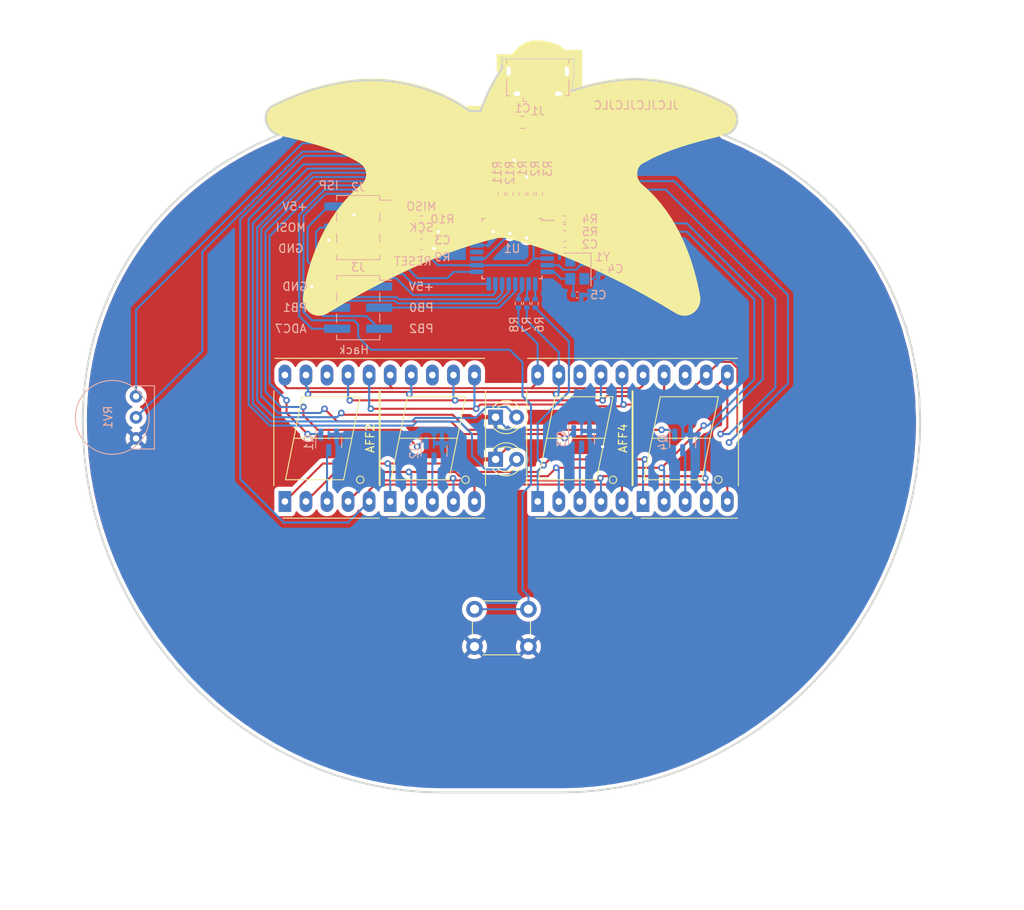
<source format=kicad_pcb>
(kicad_pcb (version 20211014) (generator pcbnew)
  (layers (0 "F.Cu" signal) (31 "B.Cu" signal) (34 "B.Paste" user) (35 "F.Paste" user) (36 "B.SilkS" user "B.Silkscreen") (37 "F.SilkS" user "F.Silkscreen") (38 "B.Mask" user) (39 "F.Mask" user) (44 "Edge.Cuts" user))
  (net 0 "")
  (net 1 "DIGIT5")
  (net 2 "DIGIT4")
  (net 3 "Net-(AFF1-Pad3)")
  (net 4 "DIGIT3")
  (net 5 "DIGIT0")
  (net 6 "DIGIT2")
  (net 7 "DIGIT1")
  (net 9 "DIGIT6")
  (net 10 "DIGIT7")
  (net 11 "Net-(AFF2-Pad3)")
  (net 13 "Net-(AFF3-Pad3)")
  (net 15 "Net-(AFF4-Pad3)")
  (net 17 "+5V")
  (net 18 "GND")
  (net 19 "RESET")
  (net 20 "XTAL1")
  (net 21 "XTAL2")
  (net 25 "MISO")
  (net 26 "SCK")
  (net 27 "MOSI")
  (net 28 "PB0")
  (net 29 "PB1")
  (net 30 "PB2")
  (net 31 "ADC7")
  (net 32 "SEG0")
  (net 33 "SEG1")
  (net 34 "SEG2")
  (net 35 "SEG3")
  (net 36 "Net-(U1-Pad30)")
  (net 37 "Net-(U1-Pad31)")
  (net 38 "Net-(U1-Pad32)")
  (net 39 "Net-(U1-Pad1)")
  (net 40 "Net-(U1-Pad2)")
  (net 41 "Net-(U1-Pad9)")
  (net 42 "Net-(U1-Pad10)")
  (net 43 "Net-(U1-Pad11)")
  (net 44 "Net-(R10-Pad2)")
  (net 46 "COLON1")
  (net 47 "COLON2")
  (net 48 "Net-(U1-Pad19)")
  (net 49 "Net-(D1-Pad2)")
  (net 50 "Net-(D2-Pad2)")
  (footprint "Button_Switch_THT:SW_PUSH_6mm" (layer "F.Cu") (at 149.149994 119.669992)
    (fp_text reference "SW1" hide)
    (fp_text value "SW_Push")
  )
  (footprint "Display_7Segment:7SegmentLED_LTS6760_LTS6780" (layer "F.Cu") (at 138.99 106.68 90)
    (fp_text reference "AFF2")
    (fp_text value "LTS-6980HR")
  )
  (footprint "LED_THT:LED_D3.0mm" (layer "F.Cu") (at 151.689994 96.52)
    (fp_text reference "D1" hide)
    (fp_text value "LED")
  )
  (footprint "LED_THT:LED_D3.0mm" (layer "F.Cu") (at 151.689994 101.6)
    (fp_text reference "D2" hide)
    (fp_text value "LED")
  )
  (footprint "Display_7Segment:7SegmentLED_LTS6760_LTS6780" (layer "F.Cu") (at 126.289994 106.68 90)
    (fp_text reference "AFF1" hide)
    (fp_text value "LTS-6980HR")
  )
  (footprint "Display_7Segment:7SegmentLED_LTS6760_LTS6780" (layer "F.Cu") (at 169.47 106.68 90)
    (fp_text reference "AFF4")
    (fp_text value "LTS-6980HR")
  )
  (footprint "Display_7Segment:7SegmentLED_LTS6760_LTS6780" (layer "F.Cu") (at 156.769994 106.68 90)
    (fp_text reference "AFF3" hide)
    (fp_text value "LTS-6980HR")
  )
  (footprint "Package_TO_SOT_SMD:SOT-23" (layer "B.Cu") (at 174.244 99.568 -90)
    (fp_text reference "Q4")
    (fp_text value "2N7002")
  )
  (footprint "Resistor_SMD:R_0402_1005Metric" (layer "B.Cu") (at 154.432 82.802 -90)
    (fp_text reference "R8")
    (fp_text value "330")
  )
  (footprint "Capacitor_SMD:C_0402_1005Metric" (layer "B.Cu") (at 164.084 78.74 -90)
    (fp_text reference "C4")
    (fp_text value "15p")
  )
  (footprint "Capacitor_SMD:C_0402_1005Metric" (layer "B.Cu") (at 160.02 75.692)
    (fp_text reference "C2")
    (fp_text value "100n")
  )
  (footprint "Resistor_SMD:R_0402_1005Metric" (layer "B.Cu") (at 155.956 69.596 90)
    (fp_text reference "R2")
    (fp_text value "330")
  )
  (footprint "Resistor_SMD:R_0402_1005Metric" (layer "B.Cu") (at 156.972 69.596 90)
    (fp_text reference "R3")
    (fp_text value "330")
  )
  (footprint "Resistor_SMD:R_0402_1005Metric" (layer "B.Cu") (at 155.448 82.804 -90)
    (fp_text reference "R7")
    (fp_text value "330")
  )
  (footprint "Capacitor_SMD:C_0402_1005Metric" (layer "B.Cu") (at 142.748 74.676)
    (fp_text reference "C3")
    (fp_text value "100n")
  )
  (footprint "Connector_USB:USB_Micro-B_Amphenol_10118194_Horizontal" (layer "B.Cu") (at 156.782796 56.114647)
    (fp_text reference "J1")
    (fp_text value "USB_B_Micro")
  )
  (footprint "Capacitor_SMD:C_0805_2012Metric" (layer "B.Cu") (at 154.94 60.96 180)
    (fp_text reference "C1")
    (fp_text value "10u")
  )
  (footprint "Package_TO_SOT_SMD:SOT-23" (layer "B.Cu") (at 162.052 99.1385 -90)
    (fp_text reference "Q3")
    (fp_text value "2N7002")
  )
  (footprint "Resistor_SMD:R_0402_1005Metric" (layer "B.Cu") (at 156.464 82.804 -90)
    (fp_text reference "R6")
    (fp_text value "330")
  )
  (footprint "Resistor_SMD:R_0402_1005Metric" (layer "B.Cu") (at 142.748 76.708)
    (fp_text reference "R9")
    (fp_text value "10k")
  )
  (footprint "Resistor_SMD:R_0402_1005Metric" (layer "B.Cu") (at 160.02 72.644)
    (fp_text reference "R4")
    (fp_text value "330")
  )
  (footprint "Resistor_SMD:R_0402_1005Metric" (layer "B.Cu") (at 152.4 69.596 -90)
    (fp_text reference "R11")
    (fp_text value "330")
  )
  (footprint "Resistor_SMD:R_0402_1005Metric" (layer "B.Cu") (at 160.02 73.66)
    (fp_text reference "R5")
    (fp_text value "330")
  )
  (footprint "StefanLibrary:Potentiometer_Bourns_3352T" (layer "B.Cu") (at 105.481752 96.545078 -90)
    (fp_text reference "RV1")
    (fp_text value "R_Potentiometer_US")
  )
  (footprint "Package_TO_SOT_SMD:SOT-23" (layer "B.Cu") (at 144.272 100.584 -90)
    (fp_text reference "Q2")
    (fp_text value "2N7002")
  )
  (footprint "Crystal:Crystal_SMD_3225-4Pin_3.2x2.5mm" (layer "B.Cu") (at 161.544 78.74 -90)
    (fp_text reference "Y1")
    (fp_text value "Crystal_GND24")
  )
  (footprint "Resistor_SMD:R_0402_1005Metric" (layer "B.Cu") (at 154.94 69.596 90)
    (fp_text reference "R1")
    (fp_text value "330")
  )
  (footprint "Capacitor_SMD:C_0402_1005Metric" (layer "B.Cu") (at 161.544 81.788)
    (fp_text reference "C5")
    (fp_text value "15p")
  )
  (footprint "Resistor_SMD:R_0402_1005Metric" (layer "B.Cu") (at 153.416 69.596 -90)
    (fp_text reference "R12")
    (fp_text value "330")
  )
  (footprint "Connector_PinHeader_2.54mm:PinHeader_2x03_P2.54mm_Vertical_SMD" (layer "B.Cu") (at 135.128 83.312 180)
    (fp_text reference "J3")
    (fp_text value "Conn_02x03_Odd_Even")
  )
  (footprint "Package_TO_SOT_SMD:SOT-23" (layer "B.Cu") (at 131.572 99.568 -90)
    (fp_text reference "Q1")
    (fp_text value "2N7002")
  )
  (footprint "Package_QFP:TQFP-32_7x7mm_P0.8mm" (layer "B.Cu") (at 153.67 76.2 180)
    (fp_text reference "U1")
    (fp_text value "ATmega328P-A")
  )
  (footprint "Connector_PinHeader_2.54mm:PinHeader_2x03_P2.54mm_Vertical_SMD" (layer "B.Cu") (at 135.128 73.66 180)
    (fp_text reference "J2")
    (fp_text value "AVR-ISP-6")
  )
  (footprint "Resistor_SMD:R_0402_1005Metric" (layer "B.Cu") (at 142.748 72.644 180)
    (fp_text reference "R10")
    (fp_text value "1k")
  )
  (gr_rect (start 148.336 59.072348) (end 150.368 60.381032) (layer "F.SilkS") (width 0.15) (fill solid))
  (gr_poly (pts (xy 156.716301 51.214149) (xy 156.540439 51.217008) (xy 156.36981 51.225816) (xy 156.204064 51.240919) (xy 156.042852 51.262663) (xy 155.885827 51.291395) (xy 155.732638 51.32746) (xy 155.582938 51.371204) (xy 155.436377 51.422973) (xy 155.292606 51.483115) (xy 155.151277 51.551974) (xy 155.012042 51.629896) (xy 154.87455 51.717229) (xy 154.738454 51.814317) (xy 154.603404 51.921508) (xy 154.469052 52.039147) (xy 154.335049 52.16758) (xy 153.881243 52.655508) (xy 153.452073 53.151381) (xy 153.046837 53.654224) (xy 152.664835 54.163059) (xy 152.305364 54.67691) (xy 151.967724 55.194801) (xy 151.651212 55.715754) (xy 151.355127 56.238794) (xy 151.078769 56.762944) (xy 150.821435 57.287226) (xy 150.582423 57.810666) (xy 150.361034 58.332285) (xy 150.156565 58.851108) (xy 149.968314 59.366157) (xy 149.795581 59.876458) (xy 149.637664 60.381031) (xy 149.25111 60.056114) (xy 148.834133 59.728341) (xy 148.38589 59.399744) (xy 147.905543 59.072352) (xy 147.392251 58.748196) (xy 146.845173 58.429305) (xy 146.263469 58.117711) (xy 145.646299 57.815442) (xy 144.992823 57.52453) (xy 144.302199 57.247004) (xy 143.573589 56.984895) (xy 142.80615 56.740232) (xy 141.999045 56.515046) (xy 141.15143 56.311366) (xy 140.262468 56.131224) (xy 139.331316 55.976649) (xy 138.265683 55.872681) (xy 137.213306 55.825881) (xy 136.176276 55.832068) (xy 135.156686 55.887061) (xy 134.156631 55.986682) (xy 133.178202 56.126749) (xy 132.223493 56.303082) (xy 131.294596 56.5115) (xy 130.393605 56.747824) (xy 129.522612 57.007873) (xy 128.683709 57.287466) (xy 127.878991 57.582423) (xy 126.380478 58.201709) (xy 125.043816 58.832288) (xy 124.89379 58.904035) (xy 124.756138 58.984895) (xy 124.630684 59.074214) (xy 124.517256 59.171337) (xy 124.41568 59.275612) (xy 124.325781 59.386383) (xy 124.247386 59.502996) (xy 124.180322 59.624798) (xy 124.124414 59.751135) (xy 124.07949 59.881353) (xy 124.045374 60.014796) (xy 124.021894 60.150813) (xy 124.008876 60.288748) (xy 124.006146 60.427947) (xy 124.01353 60.567757) (xy 124.030855 60.707523) (xy 124.057946 60.846592) (xy 124.094631 60.984308) (xy 124.140735 61.12002) (xy 124.196085 61.253071) (xy 124.260506 61.382809) (xy 124.333826 61.508579) (xy 124.41587 61.629727) (xy 124.506465 61.745599) (xy 124.605438 61.855542) (xy 124.712613 61.9589) (xy 124.827818 62.055021) (xy 124.950879 62.143249) (xy 125.081622 62.222932) (xy 125.219873 62.293415) (xy 125.365459 62.354043) (xy 125.518206 62.404164) (xy 127.981892 62.99218) (xy 129.278222 63.333703) (xy 130.580221 63.714315) (xy 131.859896 64.139576) (xy 132.482615 64.370687) (xy 133.089255 64.615044) (xy 133.676317 64.873344) (xy 134.240304 65.14628) (xy 134.777715 65.434548) (xy 135.285052 65.738843) (xy 135.393189 65.807872) (xy 135.494388 65.880842) (xy 135.588694 65.957488) (xy 135.67615 66.037548) (xy 135.756799 66.120761) (xy 135.830687 66.206862) (xy 135.897856 66.295589) (xy 135.958352 66.38668) (xy 136.012217 66.479872) (xy 136.059496 66.574903) (xy 136.100232 66.67151) (xy 136.13447 66.769429) (xy 136.162254 66.8684) (xy 136.183627 66.968158) (xy 136.198634 67.068441) (xy 136.207318 67.168987) (xy 136.209723 67.269533) (xy 136.205894 67.369817) (xy 136.195874 67.469575) (xy 136.179707 67.568545) (xy 136.157437 67.666465) (xy 136.129108 67.763071) (xy 136.094764 67.858102) (xy 136.05445 67.951294) (xy 136.008207 68.042386) (xy 135.956082 68.131113) (xy 135.898118 68.217214) (xy 135.834358 68.300427) (xy 135.764847 68.380487) (xy 135.689628 68.457134) (xy 135.608746 68.530103) (xy 135.522245 68.599133) (xy 134.704319 69.334892) (xy 133.946022 70.109698) (xy 133.245612 70.917975) (xy 132.601348 71.754143) (xy 132.011488 72.612625) (xy 131.474291 73.487841) (xy 130.988016 74.374215) (xy 130.550921 75.266167) (xy 130.161265 76.158118) (xy 129.817307 77.044492) (xy 129.517305 77.919709) (xy 129.259517 78.778191) (xy 129.042203 79.61436) (xy 128.863622 80.422637) (xy 128.722031 81.197444) (xy 128.61569 81.933203) (xy 128.598876 82.088019) (xy 128.592822 82.239723) (xy 128.597135 82.388012) (xy 128.611424 82.532581) (xy 128.635298 82.673127) (xy 128.668364 82.809345) (xy 128.710231 82.940931) (xy 128.760507 83.067581) (xy 128.8188 83.188991) (xy 128.884719 83.304855) (xy 128.957872 83.414871) (xy 129.037867 83.518734) (xy 129.124312 83.61614) (xy 129.216816 83.706785) (xy 129.314987 83.790364) (xy 129.418432 83.866573) (xy 129.526762 83.935108) (xy 129.639583 83.995665) (xy 129.756504 84.04794) (xy 129.877133 84.091628) (xy 130.001078 84.126425) (xy 130.127948 84.152028) (xy 130.257352 84.168132) (xy 130.388896 84.174432) (xy 130.52219 84.170625) (xy 130.656842 84.156406) (xy 130.79246 84.131471) (xy 130.928652 84.095516) (xy 131.065026 84.048237) (xy 131.201192 83.98933) (xy 131.336756 83.91849) (xy 131.471328 83.835413) (xy 133.249986 82.772807) (xy 135.341444 81.584823) (xy 137.700966 80.324417) (xy 140.283817 79.044542) (xy 141.645011 78.413853) (xy 143.045261 77.798154) (xy 144.478976 77.204066) (xy 145.940564 76.638208) (xy 147.424432 76.107198) (xy 148.924989 75.617656) (xy 150.436642 75.176202) (xy 151.953801 74.789455) (xy 152.902577 74.789455) (xy 154.419736 75.176202) (xy 155.93139 75.617656) (xy 157.431947 76.107198) (xy 158.915815 76.638208) (xy 160.377403 77.204066) (xy 161.811118 77.798154) (xy 164.572562 79.044542) (xy 167.155413 80.324417) (xy 169.514934 81.584823) (xy 171.60639 82.772807) (xy 173.385045 83.835413) (xy 173.519617 83.91849) (xy 173.655182 83.98933) (xy 173.791347 84.048237) (xy 173.927722 84.095516) (xy 174.063914 84.131471) (xy 174.199532 84.156406) (xy 174.334184 84.170625) (xy 174.467478 84.174432) (xy 174.599023 84.168132) (xy 174.728426 84.152028) (xy 174.855297 84.126425) (xy 174.979242 84.091628) (xy 175.099871 84.04794) (xy 175.216792 83.995665) (xy 175.329613 83.935108) (xy 175.437943 83.866573) (xy 175.541389 83.790364) (xy 175.63956 83.706785) (xy 175.732063 83.61614) (xy 175.818509 83.518734) (xy 175.898504 83.414871) (xy 175.971656 83.304855) (xy 176.037575 83.188991) (xy 176.095868 83.067581) (xy 176.146144 82.940931) (xy 176.188011 82.809345) (xy 176.221077 82.673127) (xy 176.244951 82.532581) (xy 176.25924 82.388012) (xy 176.263553 82.239723) (xy 176.257498 82.088019) (xy 176.240684 81.933203) (xy 175.924386 80.422637) (xy 175.725749 79.61436) (xy 175.496402 78.778191) (xy 175.233558 77.919709) (xy 174.934428 77.044492) (xy 174.596226 76.158118) (xy 174.216162 75.266167) (xy 173.79145 74.374215) (xy 173.319302 73.487841) (xy 172.796929 72.612625) (xy 172.221545 71.754143) (xy 171.59036 70.917975) (xy 170.900588 70.109698) (xy 170.14944 69.334892) (xy 169.334129 68.599133) (xy 169.247627 68.529427) (xy 169.166745 68.454518) (xy 169.091527 68.374797) (xy 169.022016 68.29066) (xy 168.958256 68.202499) (xy 168.900292 68.110708) (xy 168.848167 68.01568) (xy 168.801925 67.917809) (xy 168.76161 67.817487) (xy 168.727267 67.71511) (xy 168.698938 67.611069) (xy 168.676668 67.505759) (xy 168.660502 67.399573) (xy 168.650482 67.292904) (xy 168.646653 67.186145) (xy 168.649058 67.079691) (xy 168.657743 66.973935) (xy 168.67275 66.86927) (xy 168.694123 66.766089) (xy 168.721907 66.664786) (xy 168.756146 66.565754) (xy 168.796883 66.469388) (xy 168.844162 66.376079) (xy 168.898027 66.286222) (xy 168.958523 66.200211) (xy 169.025693 66.118438) (xy 169.099581 66.041297) (xy 169.180231 65.969181) (xy 169.267687 65.902485) (xy 169.361993 65.8416) (xy 169.463193 65.786922) (xy 169.571331 65.738843) (xy 170.117909 65.434548) (xy 170.684446 65.14628) (xy 171.268489 64.873344) (xy 171.867585 64.615044) (xy 172.479283 64.370687) (xy 173.101129 64.139576) (xy 174.365455 63.714315) (xy 175.640944 63.333703) (xy 176.907974 62.99218) (xy 178.146925 62.684187) (xy 179.338176 62.404164) (xy 179.490923 62.37567) (xy 179.636509 62.335273) (xy 179.77476 62.283626) (xy 179.905503 62.221384) (xy 180.028564 62.149201) (xy 180.143769 62.067731) (xy 180.250944 61.977627) (xy 180.349916 61.879545) (xy 180.440511 61.774137) (xy 180.522555 61.662058) (xy 180.595875 61.543962) (xy 180.660296 61.420503) (xy 180.715646 61.292335) (xy 180.76175 61.160111) (xy 180.798434 61.024487) (xy 180.825525 60.886116) (xy 180.84285 60.745652) (xy 180.850234 60.60375) (xy 180.847503 60.461062) (xy 180.834485 60.318244) (xy 180.811005 60.175949) (xy 180.776889 60.034831) (xy 180.731964 59.895544) (xy 180.676057 59.758743) (xy 180.608992 59.625081) (xy 180.530598 59.495212) (xy 180.440699 59.369791) (xy 180.339122 59.249471) (xy 180.225694 59.134907) (xy 180.10024 59.026752) (xy 179.962588 58.925661) (xy 179.812562 58.832288) (xy 179.12365 58.475819) (xy 178.397764 58.123574) (xy 177.636996 57.779733) (xy 176.84344 57.448477) (xy 176.019188 57.133986) (xy 175.166333 56.84044) (xy 174.286969 56.57202) (xy 173.383187 56.332906) (xy 172.457081 56.127278) (xy 171.510743 55.959317) (xy 170.546267 55.833203) (xy 169.565746 55.753116) (xy 168.571272 55.723237) (xy 167.564938 55.747746) (xy 166.548837 55.830823) (xy 165.525062 55.976649) (xy 165.002334 56.059453) (xy 164.493014 56.150719) (xy 163.996897 56.250063) (xy 163.513779 56.357103) (xy 162.585717 56.592731) (xy 161.707193 56.854535) (xy 160.876568 57.139443) (xy 160.092204 57.444387) (xy 159.352466 57.766296) (xy 158.655714 58.1021) (xy 158.819932 57.7842) (xy 158.986263 57.4707) (xy 159.155022 57.162624) (xy 159.326526 56.860997) (xy 159.501093 56.566842) (xy 159.679038 56.281184) (xy 159.860678 56.005046) (xy 160.04633 55.739454) (xy 160.132142 55.604156) (xy 160.210954 55.466358) (xy 160.282722 55.326365) (xy 160.347401 55.184484) (xy 160.404945 55.041021) (xy 160.45531 54.896283) (xy 160.49845 54.750575) (xy 160.534321 54.604204) (xy 160.562878 54.457475) (xy 160.584076 54.310696) (xy 160.59787 54.164173) (xy 160.604215 54.018211) (xy 160.603065 53.873117) (xy 160.594377 53.729198) (xy 160.578104 53.586758) (xy 160.554202 53.446106) (xy 160.522627 53.307546) (xy 160.483333 53.171386) (xy 160.436274 53.03793) (xy 160.381407 52.907487) (xy 160.318687 52.780361) (xy 160.248067 52.656859) (xy 160.169504 52.537288) (xy 160.082952 52.421953) (xy 159.988366 52.311161) (xy 159.885702 52.205218) (xy 159.774915 52.104431) (xy 159.655958 52.009104) (xy 159.528789 51.919546) (xy 159.39336 51.836061) (xy 159.249629 51.758957) (xy 159.097549 51.688539) (xy 158.829192 51.599787) (xy 158.558046 51.513957) (xy 158.281319 51.433794) (xy 158.13999 51.396697) (xy 157.99622 51.362047) (xy 157.849659 51.330187) (xy 157.699959 51.301462) (xy 157.546771 51.276214) (xy 157.389746 51.254786) (xy 157.228536 51.237522) (xy 157.06279 51.224766) (xy 156.892162 51.21686) (xy 156.716301 51.214149)) (layer "F.SilkS") (width 0.238124) (fill solid))
  (gr_rect (start 151.892 52.832) (end 153.416 54.864) (layer "F.SilkS") (width 0.15) (fill solid))
  (gr_rect (start 162.052 52.324) (end 157.988 58.42) (layer "F.SilkS") (width 0.15) (fill solid))
  (gr_line (start 147.770981 59.060129) (end 147.333186 58.788114) (layer "Edge.Cuts") (width 0.238124))
  (gr_line (start 160.836354 57.214406) (end 161.149901 55.341306) (layer "Edge.Cuts") (width 0.1))
  (gr_line (start 138.237493 55.934783) (end 137.185116 55.887983) (layer "Edge.Cuts") (width 0.238124))
  (gr_line (start 121.07971 133.877131) (end 122.838593 135.069958) (layer "Edge.Cuts") (width 0.238124))
  (gr_line (start 106.213625 116.005827) (end 107.174423 117.92959) (layer "Edge.Cuts") (width 0.238124))
  (gr_line (start 173.47034 56.423899) (end 172.66367 56.238267) (layer "Edge.Cuts") (width 0.238124))
  (gr_line (start 123.977956 60.490049) (end 123.98534 60.629859) (layer "Edge.Cuts") (width 0.238124))
  (gr_line (start 108.221725 119.803477) (end 109.352738 121.624173) (layer "Edge.Cuts") (width 0.238124))
  (gr_line (start 114.658119 128.308758) (end 116.165847 129.813782) (layer "Edge.Cuts") (width 0.238124))
  (gr_line (start 174.395638 138.944769) (end 176.361037 138.11717) (layer "Edge.Cuts") (width 0.238124))
  (gr_line (start 150.236583 58.685616) (end 150.061064 59.149774) (layer "Edge.Cuts") (width 0.238124))
  (gr_line (start 192.945258 125.092734) (end 194.235327 123.388364) (layer "Edge.Cuts") (width 0.238124))
  (gr_line (start 176.361037 138.11717) (end 178.278992 137.193292) (layer "Edge.Cuts") (width 0.238124))
  (gr_line (start 179.309986 62.466266) (end 179.309986 62.466266) (layer "Edge.Cuts") (width 0.238124))
  (gr_line (start 163.47493 56.422961) (end 162.545025 56.661282) (layer "Edge.Cuts") (width 0.238124))
  (gr_line (start 180.567685 61.606064) (end 180.632106 61.482605) (layer "Edge.Cuts") (width 0.238124))
  (gr_line (start 167.538608 55.810858) (end 167.285337 55.825915) (layer "Edge.Cuts") (width 0.238124))
  (gr_line (start 102.909233 88.325311) (end 102.611034 89.717812) (layer "Edge.Cuts") (width 0.238124))
  (gr_line (start 178.278992 137.193292) (end 180.146712 136.17645) (layer "Edge.Cuts") (width 0.238124))
  (gr_line (start 200.200064 83.003984) (end 199.068767 80.492035) (layer "Edge.Cuts") (width 0.238124))
  (gr_line (start 192.827164 71.611182) (end 190.877789 69.714679) (layer "Edge.Cuts") (width 0.238124))
  (gr_line (start 124.232316 61.444911) (end 124.305636 61.570681) (layer "Edge.Cuts") (width 0.238124))
  (gr_line (start 170.153839 55.860703) (end 169.291945 55.803947) (layer "Edge.Cuts") (width 0.238124))
  (gr_line (start 121.746028 64.218819) (end 120.535912 64.883528) (layer "Edge.Cuts") (width 0.238124))
  (gr_line (start 151.318611 56.339582) (end 151.073022 56.809838) (layer "Edge.Cuts") (width 0.238124))
  (gr_line (start 177.21629 57.674581) (end 176.510075 57.390763) (layer "Edge.Cuts") (width 0.238124))
  (gr_line (start 201.891554 88.333198) (end 201.143669 85.619836) (layer "Edge.Cuts") (width 0.238124))
  (gr_line (start 103.87814 109.968421) (end 104.562693 112.021928) (layer "Edge.Cuts") (width 0.238124))
  (gr_line (start 179.784372 58.89439) (end 179.784372 58.89439) (layer "Edge.Cuts") (width 0.238124))
  (gr_line (start 124.922689 62.205351) (end 125.053432 62.285034) (layer "Edge.Cuts") (width 0.238124))
  (gr_line (start 150.42496 58.218849) (end 150.236583 58.685616) (layer "Edge.Cuts") (width 0.238124))
  (gr_line (start 179.198363 62.494174) (end 179.309986 62.466266) (layer "Edge.Cuts") (width 0.238124))
  (gr_line (start 151.579947 55.870192) (end 151.318611 56.339582) (layer "Edge.Cuts") (width 0.238124))
  (gr_line (start 181.765169 63.615357) (end 179.198363 62.494174) (layer "Edge.Cuts") (width 0.238124))
  (gr_line (start 115.98964 67.939079) (end 114.931734 68.798132) (layer "Edge.Cuts") (width 0.238124))
  (gr_line (start 180.502408 59.557314) (end 180.412509 59.431893) (layer "Edge.Cuts") (width 0.238124))
  (gr_line (start 178.554479 58.273171) (end 177.898223 57.969649) (layer "Edge.Cuts") (width 0.238124))
  (gr_line (start 194.235327 123.388364) (end 195.447263 121.624173) (layer "Edge.Cuts") (width 0.238124))
  (gr_line (start 149.897826 59.610625) (end 148.576978 59.610625) (layer "Edge.Cuts") (width 0.238124))
  (gr_line (start 151.073022 56.809838) (end 150.842602 57.280264) (layer "Edge.Cuts") (width 0.238124))
  (gr_line (start 180.748699 60.096933) (end 180.703774 59.957646) (layer "Edge.Cuts") (width 0.238124))
  (gr_line (start 101.919362 96.99439) (end 101.919362 96.99439) (layer "Edge.Cuts") (width 0.238124))
  (gr_line (start 102.804809 105.754865) (end 103.291249 107.878296) (layer "Edge.Cuts") (width 0.238124))
  (gr_line (start 175.030389 56.868057) (end 174.259712 56.634761) (layer "Edge.Cuts") (width 0.238124))
  (gr_line (start 184.224541 64.904394) (end 181.765169 63.615357) (layer "Edge.Cuts") (width 0.238124))
  (gr_line (start 202.378389 103.601445) (end 202.655557 101.42135) (layer "Edge.Cuts") (width 0.238124))
  (gr_line (start 169.291945 55.803947) (end 168.419735 55.7864) (layer "Edge.Cuts") (width 0.238124))
  (gr_line (start 202.823903 99.217893) (end 202.880638 96.99439) (layer "Edge.Cuts") (width 0.238124))
  (gr_line (start 134.128441 56.048784) (end 133.150012 56.188851) (layer "Edge.Cuts") (width 0.238124))
  (gr_line (start 124.167895 61.315173) (end 124.232316 61.444911) (layer "Edge.Cuts") (width 0.238124))
  (gr_line (start 145.256249 141.76375) (end 159.543749 141.76375) (layer "Edge.Cuts") (width 0.238124))
  (gr_line (start 142.264674 56.656045) (end 141.56753 56.47658) (layer "Edge.Cuts") (width 0.238124))
  (gr_line (start 140.087225 56.166716) (end 139.303126 56.038751) (layer "Edge.Cuts") (width 0.238124))
  (gr_line (start 197.757802 78.090386) (end 196.275196 75.80543) (layer "Edge.Cuts") (width 0.238124))
  (gr_line (start 124.247357 63.014036) (end 122.983517 63.595387) (layer "Edge.Cuts") (width 0.238124))
  (gr_line (start 117.740548 131.245729) (end 119.379432 132.601283) (layer "Edge.Cuts") (width 0.238124))
  (gr_line (start 168.419735 55.7864) (end 167.538608 55.810858) (layer "Edge.Cuts") (width 0.238124))
  (gr_line (start 133.150012 56.188851) (end 132.195303 56.365184) (layer "Edge.Cuts") (width 0.238124))
  (gr_line (start 143.575292 57.057953) (end 142.933772 56.850241) (layer "Edge.Cuts") (width 0.238124))
  (gr_line (start 104.105142 84.287893) (end 103.657309 85.609549) (layer "Edge.Cuts") (width 0.238124))
  (gr_line (start 101.976097 99.217893) (end 102.144444 101.42135) (layer "Edge.Cuts") (width 0.238124))
  (gr_line (start 122.838593 135.069958) (end 124.653288 136.17645) (layer "Edge.Cuts") (width 0.238124))
  (gr_line (start 125.191683 62.355517) (end 125.337269 62.416145) (layer "Edge.Cuts") (width 0.238124))
  (gr_line (start 124.684423 62.021002) (end 124.799628 62.117123) (layer "Edge.Cuts") (width 0.238124))
  (gr_line (start 136.557326 140.816751) (end 138.684603 141.226091) (layer "Edge.Cuts") (width 0.238124))
  (gr_line (start 202.435695 91.137675) (end 201.891554 88.333198) (layer "Edge.Cuts") (width 0.238124))
  (gr_line (start 188.634154 129.813782) (end 190.141882 128.308758) (layer "Edge.Cuts") (width 0.238124))
  (gr_line (start 179.934398 58.987763) (end 179.784372 58.89439) (layer "Edge.Cuts") (width 0.238124))
  (gr_line (start 104.600806 82.991456) (end 104.105142 84.287893) (layer "Edge.Cuts") (width 0.238124))
  (gr_line (start 172.66367 56.238267) (end 171.841099 56.080659) (layer "Edge.Cuts") (width 0.238124))
  (gr_line (start 125.053432 62.285034) (end 125.191683 62.355517) (layer "Edge.Cuts") (width 0.238124))
  (gr_line (start 180.412321 61.836239) (end 180.494365 61.72416) (layer "Edge.Cuts") (width 0.238124))
  (gr_line (start 180.782815 60.238051) (end 180.748699 60.096933) (layer "Edge.Cuts") (width 0.238124))
  (gr_line (start 139.303126 56.038751) (end 139.303126 56.038751) (layer "Edge.Cuts") (width 0.238124))
  (gr_line (start 180.81466 60.807754) (end 180.822044 60.665852) (layer "Edge.Cuts") (width 0.238124))
  (gr_line (start 159.543749 141.76375) (end 161.763144 141.702905) (layer "Edge.Cuts") (width 0.238124))
  (gr_line (start 124.096224 59.813237) (end 124.0513 59.943455) (layer "Edge.Cuts") (width 0.238124))
  (gr_line (start 125.490016 62.466266) (end 125.490016 62.466266) (layer "Edge.Cuts") (width 0.238124))
  (gr_line (start 140.84187 56.313065) (end 140.087225 56.166716) (layer "Edge.Cuts") (width 0.238124))
  (gr_line (start 171.841099 56.080659) (end 171.004023 55.953873) (layer "Edge.Cuts") (width 0.238124))
  (gr_line (start 129.494422 57.069975) (end 128.655519 57.349568) (layer "Edge.Cuts") (width 0.238124))
  (gr_line (start 161.666232 56.92616) (end 160.836354 57.214406) (layer "Edge.Cuts") (width 0.238124))
  (gr_line (start 202.880638 96.99439) (end 202.880638 96.99439) (layer "Edge.Cuts") (width 0.238124))
  (gr_line (start 126.521009 137.193292) (end 128.438963 138.11717) (layer "Edge.Cuts") (width 0.238124))
  (gr_line (start 124.305636 61.570681) (end 124.38768 61.691829) (layer "Edge.Cuts") (width 0.238124))
  (gr_line (start 201.995191 105.754865) (end 202.378389 103.601445) (layer "Edge.Cuts") (width 0.238124))
  (gr_line (start 167.031358 55.844635) (end 166.776746 55.867105) (layer "Edge.Cuts") (width 0.238124))
  (gr_line (start 177.898223 57.969649) (end 177.21629 57.674581) (layer "Edge.Cuts") (width 0.238124))
  (gr_line (start 176.510075 57.390763) (end 175.780976 57.120989) (layer "Edge.Cuts") (width 0.238124))
  (gr_line (start 150.626774 57.750167) (end 150.42496 58.218849) (layer "Edge.Cuts") (width 0.238124))
  (gr_line (start 179.198363 62.494174) (end 179.198363 62.494174) (layer "Edge.Cuts") (width 0.238124))
  (gr_line (start 132.414415 139.672776) (end 134.466333 140.297874) (layer "Edge.Cuts") (width 0.238124))
  (gr_line (start 195.447263 121.624173) (end 196.578276 119.803477) (layer "Edge.Cuts") (width 0.238124))
  (gr_line (start 185.420568 132.601283) (end 187.059453 131.245729) (layer "Edge.Cuts") (width 0.238124))
  (gr_line (start 180.819313 60.523164) (end 180.806295 60.380346) (layer "Edge.Cuts") (width 0.238124))
  (gr_line (start 152.794318 53.34) (end 160.494437 53.34) (layer "Edge.Cuts") (width 0.1))
  (gr_line (start 162.545025 56.661282) (end 161.666232 56.92616) (layer "Edge.Cuts") (width 0.238124))
  (gr_line (start 152.466998 54.019307) (end 152.467934 53.343125) (layer "Edge.Cuts") (width 0.1))
  (gr_line (start 180.310932 59.311573) (end 180.197504 59.197009) (layer "Edge.Cuts") (width 0.238124))
  (gr_line (start 104.562693 112.021928) (end 105.342118 114.035501) (layer "Edge.Cuts") (width 0.238124))
  (gr_line (start 179.877313 62.283486) (end 180.000374 62.211303) (layer "Edge.Cuts") (width 0.238124))
  (gr_line (start 146.871568 58.519877) (end 146.385657 58.256635) (layer "Edge.Cuts") (width 0.238124))
  (gr_line (start 180.703774 59.957646) (end 180.647867 59.820845) (layer "Edge.Cuts") (width 0.238124))
  (gr_line (start 152.467934 53.343125) (end 152.794318 53.34) (layer "Edge.Cuts") (width 0.1))
  (gr_line (start 124.727948 59.046997) (end 124.602494 59.136316) (layer "Edge.Cuts") (width 0.238124))
  (gr_line (start 151.857609 55.402364) (end 151.579947 55.870192) (layer "Edge.Cuts") (width 0.238124))
  (gr_line (start 124.478275 61.807701) (end 124.577248 61.917644) (layer "Edge.Cuts") (width 0.238124))
  (gr_line (start 167.538608 55.810858) (end 167.538608 55.810858) (layer "Edge.Cuts") (width 0.238124))
  (gr_line (start 180.822044 60.665852) (end 180.819313 60.523164) (layer "Edge.Cuts") (width 0.238124))
  (gr_line (start 103.291249 107.878296) (end 103.87814 109.968421) (layer "Edge.Cuts") (width 0.238124))
  (gr_line (start 125.490016 62.466266) (end 125.536523 62.475568) (layer "Edge.Cuts") (width 0.238124))
  (gr_line (start 168.242674 140.816751) (end 170.333667 140.297874) (layer "Edge.Cuts") (width 0.238124))
  (gr_line (start 124.8656 58.966137) (end 124.727948 59.046997) (layer "Edge.Cuts") (width 0.238124))
  (gr_line (start 124.38749 59.337714) (end 124.297591 59.448485) (layer "Edge.Cuts") (width 0.238124))
  (gr_line (start 148.576978 59.610625) (end 148.185422 59.334705) (layer "Edge.Cuts") (width 0.238124))
  (gr_line (start 120.535912 64.883528) (end 119.354192 65.588711) (layer "Edge.Cuts") (width 0.238124))
  (gr_line (start 166.521578 55.893411) (end 166.26593 55.923642) (layer "Edge.Cuts") (width 0.238124))
  (gr_line (start 180.770244 61.086589) (end 180.797335 60.948218) (layer "Edge.Cuts") (width 0.238124))
  (gr_line (start 116.165847 129.813782) (end 117.740548 131.245729) (layer "Edge.Cuts") (width 0.238124))
  (gr_line (start 106.364564 79.261498) (end 105.73154 80.477457) (layer "Edge.Cuts") (width 0.238124))
  (gr_line (start 124.219196 59.565098) (end 124.152132 59.6869) (layer "Edge.Cuts") (width 0.238124))
  (gr_line (start 200.92186 109.968421) (end 201.508751 107.878296) (layer "Edge.Cuts") (width 0.238124))
  (gr_line (start 136.148086 55.89417) (end 135.128496 55.949163) (layer "Edge.Cuts") (width 0.238124))
  (gr_line (start 113.907339 69.693644) (end 112.917478 70.624814) (layer "Edge.Cuts") (width 0.238124))
  (gr_line (start 111.963174 71.590839) (end 111.04545 72.590915) (layer "Edge.Cuts") (width 0.238124))
  (gr_line (start 122.983517 63.595387) (end 121.746028 64.218819) (layer "Edge.Cuts") (width 0.238124))
  (gr_line (start 180.580802 59.687183) (end 180.502408 59.557314) (layer "Edge.Cuts") (width 0.238124))
  (gr_line (start 179.183661 58.58235) (end 178.554479 58.273171) (layer "Edge.Cuts") (width 0.238124))
  (gr_line (start 196.275196 75.80543) (end 194.628975 73.643564) (layer "Edge.Cuts") (width 0.238124))
  (gr_line (start 180.806295 60.380346) (end 180.782815 60.238051) (layer "Edge.Cuts") (width 0.238124))
  (gr_line (start 145.874985 57.999606) (end 145.339081 57.750006) (layer "Edge.Cuts") (width 0.238124))
  (gr_line (start 191.579846 126.73397) (end 192.945258 125.092734) (layer "Edge.Cuts") (width 0.238124))
  (gr_line (start 102.171433 92.568036) (end 102.032075 94.024155) (layer "Edge.Cuts") (width 0.238124))
  (gr_line (start 180.115579 62.129833) (end 180.222754 62.039729) (layer "Edge.Cuts") (width 0.238124))
  (gr_line (start 172.385585 139.672776) (end 174.395638 138.944769) (layer "Edge.Cuts") (width 0.238124))
  (gr_line (start 118.201892 66.333566) (end 117.080033 67.117289) (layer "Edge.Cuts") (width 0.238124))
  (gr_line (start 141.56753 56.47658) (end 140.84187 56.313065) (layer "Edge.Cuts") (width 0.238124))
  (gr_line (start 125.536523 62.475568) (end 125.536523 62.475568) (layer "Edge.Cuts") (width 0.238124))
  (gr_line (start 119.379432 132.601283) (end 121.07971 133.877131) (layer "Edge.Cuts") (width 0.238124))
  (gr_line (start 179.74657 62.345728) (end 179.877313 62.283486) (layer "Edge.Cuts") (width 0.238124))
  (gr_line (start 149.897826 59.610625) (end 149.897826 59.610625) (layer "Edge.Cuts") (width 0.238124))
  (gr_line (start 103.657309 85.609549) (end 103.258332 86.955623) (layer "Edge.Cuts") (width 0.238124))
  (gr_line (start 124.799628 62.117123) (end 124.922689 62.205351) (layer "Edge.Cuts") (width 0.238124))
  (gr_line (start 125.337269 62.416145) (end 125.490016 62.466266) (layer "Edge.Cuts") (width 0.238124))
  (gr_line (start 146.385657 58.256635) (end 145.874985 57.999606) (layer "Edge.Cuts") (width 0.238124))
  (gr_line (start 196.578276 119.803477) (end 197.625577 117.92959) (layer "Edge.Cuts") (width 0.238124))
  (gr_line (start 142.933772 56.850241) (end 142.264674 56.656045) (layer "Edge.Cuts") (width 0.238124))
  (gr_line (start 103.258332 86.955623) (end 102.909233 88.325311) (layer "Edge.Cuts") (width 0.238124))
  (gr_line (start 167.285337 55.825915) (end 167.031358 55.844635) (layer "Edge.Cuts") (width 0.238124))
  (gr_line (start 107.041328 78.073972) (end 106.364564 79.261498) (layer "Edge.Cuts") (width 0.238124))
  (gr_line (start 161.763144 141.702905) (end 163.954622 141.522581) (layer "Edge.Cuts") (width 0.238124))
  (gr_line (start 180.412509 59.431893) (end 180.310932 59.311573) (layer "Edge.Cuts") (width 0.238124))
  (gr_line (start 198.586376 116.005827) (end 199.457882 114.035501) (layer "Edge.Cuts") (width 0.238124))
  (gr_line (start 171.004023 55.953873) (end 170.153839 55.860703) (layer "Edge.Cuts") (width 0.238124))
  (gr_line (start 125.015626 58.89439) (end 125.015626 58.89439) (layer "Edge.Cuts") (width 0.238124))
  (gr_line (start 124.029756 60.908694) (end 124.066441 61.04641) (layer "Edge.Cuts") (width 0.238124))
  (gr_line (start 180.000374 62.211303) (end 180.115579 62.129833) (layer "Edge.Cuts") (width 0.238124))
  (gr_line (start 143.036855 141.702905) (end 145.256249 141.76375) (layer "Edge.Cuts") (width 0.238124))
  (gr_line (start 101.919362 96.99439) (end 101.976097 99.217893) (layer "Edge.Cuts") (width 0.238124))
  (gr_line (start 123.993704 60.212915) (end 123.980686 60.35085) (layer "Edge.Cuts") (width 0.238124))
  (gr_line (start 108.521985 75.787426) (end 107.760809 76.91568) (layer "Edge.Cuts") (width 0.238124))
  (gr_line (start 111.04545 72.590915) (end 110.165328 73.624241) (layer "Edge.Cuts") (width 0.238124))
  (gr_line (start 190.877789 69.714679) (end 188.788876 67.96045) (layer "Edge.Cuts") (width 0.238124))
  (gr_line (start 152.152172 54.936792) (end 151.857609 55.402364) (layer "Edge.Cuts") (width 0.238124))
  (gr_line (start 161.149901 53.35488) (end 160.494437 53.34) (layer "Edge.Cuts") (width 0.1))
  (gr_line (start 105.73154 80.477457) (end 105.14328 81.721043) (layer "Edge.Cuts") (width 0.238124))
  (gr_line (start 102.144444 101.42135) (end 102.421611 103.601445) (layer "Edge.Cuts") (width 0.238124))
  (gr_line (start 112.917478 70.624814) (end 111.963174 71.590839) (layer "Edge.Cuts") (width 0.238124))
  (gr_line (start 148.185422 59.334705) (end 147.770981 59.060129) (layer "Edge.Cuts") (width 0.238124))
  (gr_line (start 161.149901 55.341306) (end 161.149901 53.35488) (layer "Edge.Cuts") (width 0.1))
  (gr_line (start 135.128496 55.949163) (end 134.128441 56.048784) (layer "Edge.Cuts") (width 0.238124))
  (gr_line (start 166.115396 141.226091) (end 168.242674 140.816751) (layer "Edge.Cuts") (width 0.238124))
  (gr_line (start 186.568452 66.35489) (end 184.224541 64.904394) (layer "Edge.Cuts") (width 0.238124))
  (gr_line (start 124.017184 60.076898) (end 123.993704 60.212915) (layer "Edge.Cuts") (width 0.238124))
  (gr_line (start 164.458146 56.214388) (end 163.959737 56.314757) (layer "Edge.Cuts") (width 0.238124))
  (gr_line (start 119.354192 65.588711) (end 118.201892 66.333566) (layer "Edge.Cuts") (width 0.238124))
  (gr_line (start 124.577248 61.917644) (end 124.684423 62.021002) (layer "Edge.Cuts") (width 0.238124))
  (gr_line (start 107.174423 117.92959) (end 108.221725 119.803477) (layer "Edge.Cuts") (width 0.238124))
  (gr_line (start 174.259712 56.634761) (end 173.47034 56.423899) (layer "Edge.Cuts") (width 0.238124))
  (gr_line (start 144.189704 57.277962) (end 143.575292 57.057953) (layer "Edge.Cuts") (width 0.238124))
  (gr_line (start 134.466333 140.297874) (end 136.557326 140.816751) (layer "Edge.Cuts") (width 0.238124))
  (gr_line (start 111.854743 125.092734) (end 113.220154 126.73397) (layer "Edge.Cuts") (width 0.238124))
  (gr_line (start 179.309986 62.466266) (end 179.462733 62.437772) (layer "Edge.Cuts") (width 0.238124))
  (gr_line (start 138.684603 141.226091) (end 140.845376 141.522581) (layer "Edge.Cuts") (width 0.238124))
  (gr_line (start 166.009879 55.957884) (end 165.753501 55.996225) (layer "Edge.Cuts") (width 0.238124))
  (gr_line (start 124.602494 59.136316) (end 124.489066 59.233439) (layer "Edge.Cuts") (width 0.238124))
  (gr_line (start 200.237307 112.021928) (end 200.92186 109.968421) (layer "Edge.Cuts") (width 0.238124))
  (gr_line (start 201.508751 107.878296) (end 201.995191 105.754865) (layer "Edge.Cuts") (width 0.238124))
  (gr_line (start 124.002665 60.769625) (end 124.029756 60.908694) (layer "Edge.Cuts") (width 0.238124))
  (gr_line (start 180.73356 61.222213) (end 180.770244 61.086589) (layer "Edge.Cuts") (width 0.238124))
  (gr_line (start 201.143669 85.619836) (end 200.200064 83.003984) (layer "Edge.Cuts") (width 0.238124))
  (gr_line (start 123.980686 60.35085) (end 123.977956 60.490049) (layer "Edge.Cuts") (width 0.238124))
  (gr_line (start 152.464216 54.474172) (end 152.152172 54.936792) (layer "Edge.Cuts") (width 0.238124))
  (gr_line (start 194.628975 73.643564) (end 192.827164 71.611182) (layer "Edge.Cuts") (width 0.238124))
  (gr_line (start 166.26593 55.923642) (end 166.009879 55.957884) (layer "Edge.Cuts") (width 0.238124))
  (gr_line (start 190.141882 128.308758) (end 191.579846 126.73397) (layer "Edge.Cuts") (width 0.238124))
  (gr_line (start 181.961408 135.069958) (end 183.72029 133.877131) (layer "Edge.Cuts") (width 0.238124))
  (gr_line (start 144.777477 57.509052) (end 144.189704 57.277962) (layer "Edge.Cuts") (width 0.238124))
  (gr_line (start 105.342118 114.035501) (end 106.213625 116.005827) (layer "Edge.Cuts") (width 0.238124))
  (gr_line (start 139.303126 56.038751) (end 138.237493 55.934783) (layer "Edge.Cuts") (width 0.238124))
  (gr_line (start 164.970433 56.122253) (end 164.458146 56.214388) (layer "Edge.Cuts") (width 0.238124))
  (gr_line (start 124.489066 59.233439) (end 124.38749 59.337714) (layer "Edge.Cuts") (width 0.238124))
  (gr_line (start 165.496872 56.038751) (end 164.970433 56.122253) (layer "Edge.Cuts") (width 0.238124))
  (gr_line (start 180.632106 61.482605) (end 180.687456 61.354437) (layer "Edge.Cuts") (width 0.238124))
  (gr_line (start 109.323832 74.690012) (end 108.521985 75.787426) (layer "Edge.Cuts") (width 0.238124))
  (gr_line (start 130.365415 56.809926) (end 129.494422 57.069975) (layer "Edge.Cuts") (width 0.238124))
  (gr_line (start 145.256249 141.76375) (end 145.256249 141.76375) (layer "Edge.Cuts") (width 0.238124))
  (gr_line (start 159.543749 141.76375) (end 159.543749 141.76375) (layer "Edge.Cuts") (width 0.238124))
  (gr_line (start 140.845376 141.522581) (end 143.036855 141.702905) (layer "Edge.Cuts") (width 0.238124))
  (gr_line (start 110.564674 123.388364) (end 111.854743 125.092734) (layer "Edge.Cuts") (width 0.238124))
  (gr_line (start 128.438963 138.11717) (end 130.404361 138.944769) (layer "Edge.Cuts") (width 0.238124))
  (gr_line (start 188.788876 67.96045) (end 186.568452 66.35489) (layer "Edge.Cuts") (width 0.238124))
  (gr_line (start 179.784372 58.89439) (end 179.183661 58.58235) (layer "Edge.Cuts") (width 0.238124))
  (gr_line (start 131.266406 56.573602) (end 130.365415 56.809926) (layer "Edge.Cuts") (width 0.238124))
  (gr_line (start 124.152132 59.6869) (end 124.096224 59.813237) (layer "Edge.Cuts") (width 0.238124))
  (gr_line (start 152.466998 54.019307) (end 152.464216 54.474172) (layer "Edge.Cuts") (width 0.238124))
  (gr_line (start 180.321726 61.941647) (end 180.412321 61.836239) (layer "Edge.Cuts") (width 0.238124))
  (gr_line (start 180.494365 61.72416) (end 180.567685 61.606064) (layer "Edge.Cuts") (width 0.238124))
  (gr_line (start 166.776746 55.867105) (end 166.521578 55.893411) (layer "Edge.Cuts") (width 0.238124))
  (gr_line (start 132.195303 56.365184) (end 131.266406 56.573602) (layer "Edge.Cuts") (width 0.238124))
  (gr_line (start 109.352738 121.624173) (end 110.564674 123.388364) (layer "Edge.Cuts") (width 0.238124))
  (gr_line (start 148.576978 59.610625) (end 148.576978 59.610625) (layer "Edge.Cuts") (width 0.238124))
  (gr_line (start 127.850801 57.644525) (end 126.352288 58.263811) (layer "Edge.Cuts") (width 0.238124))
  (gr_line (start 102.36476 91.132321) (end 102.171433 92.568036) (layer "Edge.Cuts") (width 0.238124))
  (gr_line (start 125.015626 58.89439) (end 124.8656 58.966137) (layer "Edge.Cuts") (width 0.238124))
  (gr_line (start 183.72029 133.877131) (end 185.420568 132.601283) (layer "Edge.Cuts") (width 0.238124))
  (gr_line (start 199.068767 80.492035) (end 197.757802 78.090386) (layer "Edge.Cuts") (width 0.238124))
  (gr_line (start 163.959737 56.314757) (end 163.47493 56.422961) (layer "Edge.Cuts") (width 0.238124))
  (gr_line (start 110.165328 73.624241) (end 109.323832 74.690012) (layer "Edge.Cuts") (width 0.238124))
  (gr_line (start 125.536523 62.475568) (end 124.247357 63.014036) (layer "Edge.Cuts") (width 0.238124))
  (gr_line (start 180.647867 59.820845) (end 180.580802 59.687183) (layer "Edge.Cuts") (width 0.238124))
  (gr_line (start 197.625577 117.92959) (end 198.586376 116.005827) (layer "Edge.Cuts") (width 0.238124))
  (gr_line (start 137.185116 55.887983) (end 136.148086 55.89417) (layer "Edge.Cuts") (width 0.238124))
  (gr_line (start 147.333186 58.788114) (end 146.871568 58.519877) (layer "Edge.Cuts") (width 0.238124))
  (gr_line (start 170.333667 140.297874) (end 172.385585 139.672776) (layer "Edge.Cuts") (width 0.238124))
  (gr_line (start 180.197504 59.197009) (end 180.07205 59.088854) (layer "Edge.Cuts") (width 0.238124))
  (gr_line (start 102.611034 89.717812) (end 102.36476 91.132321) (layer "Edge.Cuts") (width 0.238124))
  (gr_line (start 180.797335 60.948218) (end 180.81466 60.807754) (layer "Edge.Cuts") (width 0.238124))
  (gr_line (start 128.655519 57.349568) (end 127.850801 57.644525) (layer "Edge.Cuts") (width 0.238124))
  (gr_line (start 126.352288 58.263811) (end 125.015626 58.89439) (layer "Edge.Cuts") (width 0.238124))
  (gr_line (start 202.655557 101.42135) (end 202.823903 99.217893) (layer "Edge.Cuts") (width 0.238124))
  (gr_line (start 202.768065 94.02687) (end 202.435695 91.137675) (layer "Edge.Cuts") (width 0.238124))
  (gr_line (start 163.954622 141.522581) (end 166.115396 141.226091) (layer "Edge.Cuts") (width 0.238124))
  (gr_line (start 187.059453 131.245729) (end 188.634154 129.813782) (layer "Edge.Cuts") (width 0.238124))
  (gr_line (start 102.421611 103.601445) (end 102.804809 105.754865) (layer "Edge.Cuts") (width 0.238124))
  (gr_line (start 180.687456 61.354437) (end 180.73356 61.222213) (layer "Edge.Cuts") (width 0.238124))
  (gr_line (start 165.496872 56.038751) (end 165.496872 56.038751) (layer "Edge.Cuts") (width 0.238124))
  (gr_line (start 101.947711 95.499873) (end 101.919362 96.99439) (layer "Edge.Cuts") (width 0.238124))
  (gr_line (start 113.220154 126.73397) (end 114.658119 128.308758) (layer "Edge.Cuts") (width 0.238124))
  (gr_line (start 124.066441 61.04641) (end 124.112545 61.182122) (layer "Edge.Cuts") (width 0.238124))
  (gr_line (start 202.880638 96.99439) (end 202.768065 94.02687) (layer "Edge.Cuts") (width 0.238124))
  (gr_line (start 180.07205 59.088854) (end 179.934398 58.987763) (layer "Edge.Cuts") (width 0.238124))
  (gr_line (start 180.146712 136.17645) (end 181.961408 135.069958) (layer "Edge.Cuts") (width 0.238124))
  (gr_line (start 107.760809 76.91568) (end 107.041328 78.073972) (layer "Edge.Cuts") (width 0.238124))
  (gr_line (start 150.061064 59.149774) (end 149.897826 59.610625) (layer "Edge.Cuts") (width 0.238124))
  (gr_line (start 117.080033 67.117289) (end 115.98964 67.939079) (layer "Edge.Cuts") (width 0.238124))
  (gr_line (start 130.404361 138.944769) (end 132.414415 139.672776) (layer "Edge.Cuts") (width 0.238124))
  (gr_line (start 124.38768 61.691829) (end 124.478275 61.807701) (layer "Edge.Cuts") (width 0.238124))
  (gr_line (start 105.14328 81.721043) (end 104.600806 82.991456) (layer "Edge.Cuts") (width 0.238124))
  (gr_line (start 124.112545 61.182122) (end 124.167895 61.315173) (layer "Edge.Cuts") (width 0.238124))
  (gr_line (start 124.653288 136.17645) (end 126.521009 137.193292) (layer "Edge.Cuts") (width 0.238124))
  (gr_line (start 179.462733 62.437772) (end 179.608319 62.397375) (layer "Edge.Cuts") (width 0.238124))
  (gr_line (start 165.753501 55.996225) (end 165.496872 56.038751) (layer "Edge.Cuts") (width 0.238124))
  (gr_line (start 179.608319 62.397375) (end 179.74657 62.345728) (layer "Edge.Cuts") (width 0.238124))
  (gr_line (start 102.032075 94.024155) (end 101.947711 95.499873) (layer "Edge.Cuts") (width 0.238124))
  (gr_line (start 123.98534 60.629859) (end 124.002665 60.769625) (layer "Edge.Cuts") (width 0.238124))
  (gr_line (start 150.842602 57.280264) (end 150.626774 57.750167) (layer "Edge.Cuts") (width 0.238124))
  (gr_line (start 180.222754 62.039729) (end 180.321726 61.941647) (layer "Edge.Cuts") (width 0.238124))
  (gr_line (start 175.780976 57.120989) (end 175.030389 56.868057) (layer "Edge.Cuts") (width 0.238124))
  (gr_line (start 145.339081 57.750006) (end 144.777477 57.509052) (layer "Edge.Cuts") (width 0.238124))
  (gr_line (start 114.931734 68.798132) (end 113.907339 69.693644) (layer "Edge.Cuts") (width 0.238124))
  (gr_line (start 124.0513 59.943455) (end 124.017184 60.076898) (layer "Edge.Cuts") (width 0.238124))
  (gr_line (start 199.457882 114.035501) (end 200.237307 112.021928) (layer "Edge.Cuts") (width 0.238124))
  (gr_line (start 124.297591 59.448485) (end 124.219196 59.565098) (layer "Edge.Cuts") (width 0.238124))
  (gr_text "SCK" (at 142.748 73.66) (layer "B.SilkS") (effects (font (size 1 1)) (justify mirror)))
  (gr_text "+5V" (at 142.748 80.772) (layer "B.SilkS") (effects (font (size 1 1)) (justify mirror)))
  (gr_text "PB0" (at 142.748 83.312) (layer "B.SilkS") (effects (font (size 1 1)) (justify mirror)))
  (gr_text "PB1" (at 127.508 83.312) (layer "B.SilkS") (effects (font (size 1 1)) (justify mirror)))
  (gr_text "MOSI" (at 127 73.66) (layer "B.SilkS") (effects (font (size 1 1)) (justify mirror)))
  (gr_text "MISO" (at 142.748 71.12) (layer "B.SilkS") (effects (font (size 1 1)) (justify mirror)))
  (gr_text "PB2" (at 142.748 85.852) (layer "B.SilkS") (effects (font (size 1 1)) (justify mirror)))
  (gr_text "JLCJLCJLCJLC" (at 168.656 58.928) (layer "B.SilkS") (effects (font (size 1 1)) (justify mirror)))
  (gr_text "GND" (at 127.508 80.772) (layer "B.SilkS") (effects (font (size 1 1)) (justify mirror)))
  (gr_text "ISP" (at 131.572 68.58) (layer "B.SilkS") (effects (font (size 1 1)) (justify mirror)))
  (gr_text "+5V" (at 127.508 71.12) (layer "B.SilkS") (effects (font (size 1 1)) (justify mirror)))
  (gr_text "ADC7" (at 127 85.852) (layer "B.SilkS") (effects (font (size 1 1)) (justify mirror)))
  (gr_text "GND" (at 127 76.2) (layer "B.SilkS") (effects (font (size 1 1)) (justify mirror)))
  (gr_text "RESET" (at 141.732 77.724) (layer "B.SilkS") (effects (font (size 1 1)) (justify mirror)))
  (gr_text "Hack" (at 134.62 88.392) (layer "B.SilkS") (effects (font (size 1 1)) (justify mirror)))
  (segment (start 126.29 106.68) (end 130.862 102.108) (width 0.25) (layer "F.Cu") (net 1))
  (segment (start 146.812 102.108) (end 138.684 102.108) (width 0.25) (layer "F.Cu") (net 1))
  (segment (start 147.828 103.124) (end 146.812 102.108) (width 0.25) (layer "F.Cu") (net 1))
  (segment (start 158.19 101.6) (end 169.672 101.6) (width 0.25) (layer "F.Cu") (net 1))
  (segment (start 157.48 102.31) (end 156.666 103.124) (width 0.25) (layer "F.Cu") (net 1))
  (segment (start 157.48 102.31) (end 158.19 101.6) (width 0.25) (layer "F.Cu") (net 1))
  (segment (start 130.862 102.108) (end 138.684 102.108) (width 0.25) (layer "F.Cu") (net 1))
  (segment (start 156.666 103.124) (end 147.828 103.124) (width 0.25) (layer "F.Cu") (net 1))
  (via (at 157.48 102.31) (size 0.8) (drill 0.4) (layers "F.Cu" "B.Cu") (net 1))
  (via (at 138.684 102.108) (size 0.8) (drill 0.4) (layers "F.Cu" "B.Cu") (net 1))
  (via (at 169.672 101.6) (size 0.8) (drill 0.4) (layers "F.Cu" "B.Cu") (net 1))
  (segment (start 160.528 87.378) (end 156.464 83.314) (width 0.25) (layer "B.Cu") (net 1))
  (segment (start 169.47 101.802) (end 169.47 106.68) (width 0.25) (layer "B.Cu") (net 1))
  (segment (start 138.684 102.108) (end 138.99 102.414) (width 0.25) (layer "B.Cu") (net 1))
  (segment (start 157.48 102.31) (end 156.77 101.6) (width 0.25) (layer "B.Cu") (net 1))
  (segment (start 169.672 101.6) (end 169.47 101.802) (width 0.25) (layer "B.Cu") (net 1))
  (segment (start 138.99 102.414) (end 138.99 106.68) (width 0.25) (layer "B.Cu") (net 1))
  (segment (start 156.77 103.02) (end 156.77 106.68) (width 0.25) (layer "B.Cu") (net 1))
  (segment (start 156.77 97.23) (end 160.528 93.472) (width 0.25) (layer "B.Cu") (net 1))
  (segment (start 156.77 101.6) (end 156.77 97.23) (width 0.25) (layer "B.Cu") (net 1))
  (segment (start 160.528 93.472) (end 160.528 87.378) (width 0.25) (layer "B.Cu") (net 1))
  (segment (start 157.48 102.31) (end 156.77 103.02) (width 0.25) (layer "B.Cu") (net 1))
  (segment (start 159.004 102.616) (end 171.704 102.616) (width 0.25) (layer "F.Cu") (net 2))
  (segment (start 157.988 103.632) (end 159.004 102.616) (width 0.25) (layer "F.Cu") (net 2))
  (segment (start 128.83 106.68) (end 132.386 103.124) (width 0.25) (layer "F.Cu") (net 2))
  (segment (start 147.828 103.632) (end 157.988 103.632) (width 0.25) (layer "F.Cu") (net 2))
  (segment (start 176.784 97.536) (end 171.704 102.616) (width 0.25) (layer "F.Cu") (net 2))
  (segment (start 146.828369 103.124) (end 147.32 103.615631) (width 0.25) (layer "F.Cu") (net 2))
  (segment (start 147.811631 103.615631) (end 147.828 103.632) (width 0.25) (layer "F.Cu") (net 2))
  (segment (start 141.224 103.124) (end 146.828369 103.124) (width 0.25) (layer "F.Cu") (net 2))
  (segment (start 132.386 103.124) (end 141.224 103.124) (width 0.25) (layer "F.Cu") (net 2))
  (segment (start 147.32 103.615631) (end 147.811631 103.615631) (width 0.25) (layer "F.Cu") (net 2))
  (via (at 141.224 103.124) (size 0.8) (drill 0.4) (layers "F.Cu" "B.Cu") (net 2))
  (via (at 171.704 102.616) (size 0.8) (drill 0.4) (layers "F.Cu" "B.Cu") (net 2))
  (via (at 159.004 102.616) (size 0.8) (drill 0.4) (layers "F.Cu" "B.Cu") (net 2))
  (via (at 176.784 97.536) (size 0.8) (drill 0.4) (layers "F.Cu" "B.Cu") (net 2))
  (segment (start 182.88 91.948) (end 177.292 97.536) (width 0.25) (layer "B.Cu") (net 2))
  (segment (start 171.704 102.616) (end 172.01 102.922) (width 0.25) (layer "B.Cu") (net 2))
  (segment (start 159.004 102.616) (end 159.31 102.922) (width 0.25) (layer "B.Cu") (net 2))
  (segment (start 161.038 74.168) (end 174.752 74.168) (width 0.25) (layer "B.Cu") (net 2))
  (segment (start 174.752 74.168) (end 182.88 82.296) (width 0.25) (layer "B.Cu") (net 2))
  (segment (start 141.224 103.124) (end 141.53 103.43) (width 0.25) (layer "B.Cu") (net 2))
  (segment (start 182.88 82.296) (end 182.88 91.948) (width 0.25) (layer "B.Cu") (net 2))
  (segment (start 160.53 73.66) (end 161.038 74.168) (width 0.25) (layer "B.Cu") (net 2))
  (segment (start 141.53 103.43) (end 141.53 106.68) (width 0.25) (layer "B.Cu") (net 2))
  (segment (start 177.292 97.536) (end 176.784 97.536) (width 0.25) (layer "B.Cu") (net 2))
  (segment (start 159.31 102.922) (end 159.31 106.68) (width 0.25) (layer "B.Cu") (net 2))
  (segment (start 172.01 102.922) (end 172.01 106.68) (width 0.25) (layer "B.Cu") (net 2))
  (segment (start 131.37 106.68) (end 131.37 100.7075) (width 0.25) (layer "B.Cu") (net 3))
  (segment (start 131.37 100.7075) (end 131.572 100.5055) (width 0.25) (layer "B.Cu") (net 3))
  (segment (start 164.041298 104.14) (end 146.819755 104.14) (width 0.25) (layer "F.Cu") (net 4))
  (segment (start 146.559844 103.880089) (end 146.299933 104.14) (width 0.25) (layer "F.Cu") (net 4))
  (segment (start 136.45 104.14) (end 133.91 106.68) (width 0.25) (layer "F.Cu") (net 4))
  (segment (start 146.819755 104.14) (end 146.559844 103.880089) (width 0.25) (layer "F.Cu") (net 4))
  (segment (start 176.963411 103.888303) (end 176.707108 103.632) (width 0.25) (layer "F.Cu") (net 4))
  (segment (start 164.549298 103.632) (end 164.323322 103.857976) (width 0.25) (layer "F.Cu") (net 4))
  (segment (start 146.299933 104.14) (end 136.45 104.14) (width 0.25) (layer "F.Cu") (net 4))
  (segment (start 164.323322 103.857976) (end 164.041298 104.14) (width 0.25) (layer "F.Cu") (net 4))
  (segment (start 176.707108 103.632) (end 164.549298 103.632) (width 0.25) (layer "F.Cu") (net 4))
  (via (at 146.559844 103.880089) (size 0.8) (drill 0.4) (layers "F.Cu" "B.Cu") (net 4))
  (via (at 176.963411 103.888303) (size 0.8) (drill 0.4) (layers "F.Cu" "B.Cu") (net 4))
  (via (at 164.323322 103.857976) (size 0.8) (drill 0.4) (layers "F.Cu" "B.Cu") (net 4))
  (segment (start 161.038 73.152) (end 174.752 73.152) (width 0.25) (layer "B.Cu") (net 4))
  (segment (start 146.559844 103.880089) (end 146.61 103.930245) (width 0.25) (layer "B.Cu") (net 4))
  (segment (start 160.53 72.644) (end 161.038 73.152) (width 0.25) (layer "B.Cu") (net 4))
  (segment (start 176.963411 98.880589) (end 176.963411 103.888303) (width 0.25) (layer "B.Cu") (net 4))
  (segment (start 164.323322 103.857976) (end 164.39 103.924654) (width 0.25) (layer "B.Cu") (net 4))
  (segment (start 146.61 103.930245) (end 146.61 106.68) (width 0.25) (layer "B.Cu") (net 4))
  (segment (start 183.896 91.948) (end 176.963411 98.880589) (width 0.25) (layer "B.Cu") (net 4))
  (segment (start 183.896 82.296) (end 183.896 91.948) (width 0.25) (layer "B.Cu") (net 4))
  (segment (start 174.752 73.152) (end 183.896 82.296) (width 0.25) (layer "B.Cu") (net 4))
  (segment (start 164.39 103.924654) (end 164.39 106.68) (width 0.25) (layer "B.Cu") (net 4))
  (segment (start 177.09 104.014892) (end 177.09 106.68) (width 0.25) (layer "B.Cu") (net 4))
  (segment (start 176.963411 103.888303) (end 177.09 104.014892) (width 0.25) (layer "B.Cu") (net 4))
  (segment (start 137.16 104.648) (end 148.844 104.648) (width 0.25) (layer "F.Cu") (net 5))
  (segment (start 149.15 104.954) (end 149.15 106.68) (width 0.25) (layer "F.Cu") (net 5))
  (segment (start 136.45 105.358) (end 137.16 104.648) (width 0.25) (layer "F.Cu") (net 5))
  (segment (start 148.844 104.648) (end 149.15 104.954) (width 0.25) (layer "F.Cu") (net 5))
  (segment (start 148.844 104.648) (end 166.624 104.648) (width 0.25) (layer "F.Cu") (net 5))
  (segment (start 136.45 106.68) (end 136.45 105.358) (width 0.25) (layer "F.Cu") (net 5))
  (segment (start 179.63 104.954) (end 179.63 106.68) (width 0.25) (layer "F.Cu") (net 5))
  (segment (start 166.624 104.648) (end 179.324 104.648) (width 0.25) (layer "F.Cu") (net 5))
  (segment (start 166.624 104.648) (end 166.93 104.954) (width 0.25) (layer "F.Cu") (net 5))
  (segment (start 166.93 104.954) (end 166.93 106.68) (width 0.25) (layer "F.Cu") (net 5))
  (segment (start 179.324 104.648) (end 179.63 104.954) (width 0.25) (layer "F.Cu") (net 5))
  (segment (start 154.94 68.58) (end 151.384 65.024) (width 0.25) (layer "B.Cu") (net 5))
  (segment (start 120.904 103.967022) (end 126.156978 109.22) (width 0.25) (layer "B.Cu") (net 5))
  (segment (start 126.156978 109.22) (end 133.91 109.22) (width 0.25) (layer "B.Cu") (net 5))
  (segment (start 128.524 65.024) (end 120.904 72.644) (width 0.25) (layer "B.Cu") (net 5))
  (segment (start 120.904 72.644) (end 120.904 103.967022) (width 0.25) (layer "B.Cu") (net 5))
  (segment (start 133.91 109.22) (end 136.45 106.68) (width 0.25) (layer "B.Cu") (net 5))
  (segment (start 154.94 69.086) (end 154.94 68.58) (width 0.25) (layer "B.Cu") (net 5))
  (segment (start 151.384 65.024) (end 128.524 65.024) (width 0.25) (layer "B.Cu") (net 5))
  (segment (start 178.816 98.552) (end 179.63 97.738) (width 0.25) (layer "F.Cu") (net 6))
  (segment (start 149.352 95.504) (end 136.652 95.504) (width 0.25) (layer "F.Cu") (net 6))
  (segment (start 167.132 94.996) (end 166.915489 95.212511) (width 0.25) (layer "F.Cu") (net 6))
  (segment (start 176.074 94.996) (end 167.132 94.996) (width 0.25) (layer "F.Cu") (net 6))
  (segment (start 149.86 94.996) (end 149.352 95.504) (width 0.25) (layer "F.Cu") (net 6))
  (segment (start 179.63 97.738) (end 179.63 91.44) (width 0.25) (layer "F.Cu") (net 6))
  (segment (start 163.576 94.996) (end 149.86 94.996) (width 0.25) (layer "F.Cu") (net 6))
  (segment (start 179.63 91.44) (end 176.074 94.996) (width 0.25) (layer "F.Cu") (net 6))
  (segment (start 166.915489 95.212511) (end 163.792511 95.212511) (width 0.25) (layer "F.Cu") (net 6))
  (segment (start 163.792511 95.212511) (end 163.576 94.996) (width 0.25) (layer "F.Cu") (net 6))
  (via (at 167.132 94.996) (size 0.8) (drill 0.4) (layers "F.Cu" "B.Cu") (net 6))
  (via (at 178.816 98.552) (size 0.8) (drill 0.4) (layers "F.Cu" "B.Cu") (net 6))
  (via (at 149.352 95.504) (size 0.8) (drill 0.4) (layers "F.Cu" "B.Cu") (net 6))
  (via (at 136.652 95.504) (size 0.8) (drill 0.4) (layers "F.Cu" "B.Cu") (net 6))
  (segment (start 136.45 95.302) (end 136.45 91.44) (width 0.25) (layer "B.Cu") (net 6))
  (segment (start 149.15 95.302) (end 149.15 91.44) (width 0.25) (layer "B.Cu") (net 6))
  (segment (start 167.132 94.996) (end 166.93 94.794) (width 0.25) (layer "B.Cu") (net 6))
  (segment (start 178.816 98.552) (end 179.832 98.552) (width 0.25) (layer "B.Cu") (net 6))
  (segment (start 179.832 98.552) (end 185.42 92.964) (width 0.25) (layer "B.Cu") (net 6))
  (segment (start 136.652 95.504) (end 136.45 95.302) (width 0.25) (layer "B.Cu") (net 6))
  (segment (start 149.352 95.504) (end 149.15 95.302) (width 0.25) (layer "B.Cu") (net 6))
  (segment (start 172.21 69.086) (end 156.972 69.086) (width 0.25) (layer "B.Cu") (net 6))
  (segment (start 185.42 92.964) (end 185.42 82.296) (width 0.25) (layer "B.Cu") (net 6))
  (segment (start 185.42 82.296) (end 172.21 69.086) (width 0.25) (layer "B.Cu") (net 6))
  (segment (start 166.93 94.794) (end 166.93 91.44) (width 0.25) (layer "B.Cu") (net 6))
  (segment (start 180.080051 89.85348) (end 178.67652 89.85348) (width 0.25) (layer "F.Cu") (net 7))
  (segment (start 177.09 91.44) (end 174.55 93.98) (width 0.25) (layer "F.Cu") (net 7))
  (segment (start 180.848 98.552) (end 180.848 90.621429) (width 0.25) (layer "F.Cu") (net 7))
  (segment (start 180.848 90.621429) (end 180.080051 89.85348) (width 0.25) (layer "F.Cu") (net 7))
  (segment (start 165.1 93.98) (end 164.592 94.488) (width 0.25) (layer "F.Cu") (net 7))
  (segment (start 178.67652 89.85348) (end 177.09 91.44) (width 0.25) (layer "F.Cu") (net 7))
  (segment (start 146.812 94.488) (end 134.112 94.488) (width 0.25) (layer "F.Cu") (net 7))
  (segment (start 165.1 93.98) (end 174.55 93.98) (width 0.25) (layer "F.Cu") (net 7))
  (segment (start 164.592 94.488) (end 146.812 94.488) (width 0.25) (layer "F.Cu") (net 7))
  (segment (start 179.832 99.568) (end 180.848 98.552) (width 0.25) (layer "F.Cu") (net 7))
  (via (at 134.112 94.488) (size 0.8) (drill 0.4) (layers "F.Cu" "B.Cu") (net 7))
  (via (at 179.832 99.568) (size 0.8) (drill 0.4) (layers "F.Cu" "B.Cu") (net 7))
  (via (at 164.592 94.488) (size 0.8) (drill 0.4) (layers "F.Cu" "B.Cu") (net 7))
  (via (at 146.812 94.488) (size 0.8) (drill 0.4) (layers "F.Cu" "B.Cu") (net 7))
  (segment (start 133.91 94.286) (end 133.91 91.44) (width 0.25) (layer "B.Cu") (net 7))
  (segment (start 164.39 94.286) (end 164.39 91.44) (width 0.25) (layer "B.Cu") (net 7))
  (segment (start 186.944 92.456) (end 186.944 81.788) (width 0.25) (layer "B.Cu") (net 7))
  (segment (start 164.592 94.488) (end 164.39 94.286) (width 0.25) (layer "B.Cu") (net 7))
  (segment (start 146.61 94.286) (end 146.61 91.44) (width 0.25) (layer "B.Cu") (net 7))
  (segment (start 134.112 94.488) (end 133.91 94.286) (width 0.25) (layer "B.Cu") (net 7))
  (segment (start 186.944 81.788) (end 173.228 68.072) (width 0.25) (layer "B.Cu") (net 7))
  (segment (start 173.228 68.072) (end 156.97 68.072) (width 0.25) (layer "B.Cu") (net 7))
  (segment (start 146.812 94.488) (end 146.61 94.286) (width 0.25) (layer "B.Cu") (net 7))
  (segment (start 179.832 99.568) (end 186.944 92.456) (width 0.25) (layer "B.Cu") (net 7))
  (segment (start 156.97 68.072) (end 155.956 69.086) (width 0.25) (layer "B.Cu") (net 7))
  (segment (start 172.01 93.166) (end 172.01 91.44) (width 0.25) (layer "F.Cu") (net 9))
  (segment (start 171.69996 93.47604) (end 172.01 93.166) (width 0.25) (layer "F.Cu") (net 9))
  (segment (start 141.293456 93.75102) (end 141.568436 93.47604) (width 0.25) (layer "F.Cu") (net 9))
  (segment (start 129.351663 93.47604) (end 141.018476 93.47604) (width 0.25) (layer "F.Cu") (net 9))
  (segment (start 141.568436 93.47604) (end 158.50004 93.47604) (width 0.25) (layer "F.Cu") (net 9))
  (segment (start 158.77502 93.75102) (end 158.99649 93.75102) (width 0.25) (layer "F.Cu") (net 9))
  (segment (start 129.076683 93.75102) (end 129.351663 93.47604) (width 0.25) (layer "F.Cu") (net 9))
  (segment (start 158.50004 93.47604) (end 171.69996 93.47604) (width 0.25) (layer "F.Cu") (net 9))
  (segment (start 141.018476 93.47604) (end 141.293456 93.75102) (width 0.25) (layer "F.Cu") (net 9))
  (segment (start 158.50004 93.47604) (end 158.77502 93.75102) (width 0.25) (layer "F.Cu") (net 9))
  (via (at 129.076683 93.75102) (size 0.8) (drill 0.4) (layers "F.Cu" "B.Cu") (net 9))
  (via (at 141.293456 93.75102) (size 0.8) (drill 0.4) (layers "F.Cu" "B.Cu") (net 9))
  (via (at 158.99649 93.75102) (size 0.8) (drill 0.4) (layers "F.Cu" "B.Cu") (net 9))
  (segment (start 159.31 88.698) (end 159.31 91.44) (width 0.25) (layer "B.Cu") (net 9))
  (segment (start 141.293456 93.75102) (end 141.53 93.514476) (width 0.25) (layer "B.Cu") (net 9))
  (segment (start 141.53 93.514476) (end 141.53 91.44) (width 0.25) (layer "B.Cu") (net 9))
  (segment (start 155.448 84.836) (end 159.31 88.698) (width 0.25) (layer "B.Cu") (net 9))
  (segment (start 128.83 92.762) (end 128.83 91.44) (width 0.25) (layer "B.Cu") (net 9))
  (segment (start 155.448 83.314) (end 155.448 84.836) (width 0.25) (layer "B.Cu") (net 9))
  (segment (start 158.99649 93.75102) (end 159.31 93.43751) (width 0.25) (layer "B.Cu") (net 9))
  (segment (start 129.076683 93.008683) (end 128.83 92.762) (width 0.25) (layer "B.Cu") (net 9))
  (segment (start 129.076683 93.75102) (end 129.076683 93.008683) (width 0.25) (layer "B.Cu") (net 9))
  (segment (start 159.31 93.43751) (end 159.31 91.44) (width 0.25) (layer "B.Cu") (net 9))
  (segment (start 156.01852 93.02652) (end 169.10148 93.02652) (width 0.25) (layer "F.Cu") (net 10))
  (segment (start 138.99 92.762) (end 138.99 91.44) (width 0.25) (layer "F.Cu") (net 10))
  (segment (start 156.01852 93.02652) (end 156.77 92.27504) (width 0.25) (layer "F.Cu") (net 10))
  (segment (start 156.01852 93.02652) (end 139.25452 93.02652) (width 0.25) (layer "F.Cu") (net 10))
  (segment (start 126.29 92.762) (end 126.29 91.44) (width 0.25) (layer "F.Cu") (net 10))
  (segment (start 169.10148 93.02652) (end 169.47 92.658) (width 0.25) (layer "F.Cu") (net 10))
  (segment (start 156.77 92.27504) (end 156.77 91.44) (width 0.25) (layer "F.Cu") (net 10))
  (segment (start 126.55452 93.02652) (end 126.29 92.762) (width 0.25) (layer "F.Cu") (net 10))
  (segment (start 139.25452 93.02652) (end 138.99 92.762) (width 0.25) (layer "F.Cu") (net 10))
  (segment (start 139.25452 93.02652) (end 126.55452 93.02652) (width 0.25) (layer "F.Cu") (net 10))
  (segment (start 169.47 92.658) (end 169.47 91.44) (width 0.25) (layer "F.Cu") (net 10))
  (segment (start 154.432 85.344) (end 156.77 87.682) (width 0.25) (layer "B.Cu") (net 10))
  (segment (start 156.77 87.682) (end 156.77 91.44) (width 0.25) (layer "B.Cu") (net 10))
  (segment (start 154.432 83.312) (end 154.432 85.344) (width 0.25) (layer "B.Cu") (net 10))
  (segment (start 144.07 106.68) (end 144.07 101.7235) (width 0.25) (layer "B.Cu") (net 11))
  (segment (start 144.07 101.7235) (end 144.272 101.5215) (width 0.25) (layer "B.Cu") (net 11))
  (segment (start 161.85 100.278) (end 161.85 106.68) (width 0.25) (layer "B.Cu") (net 13))
  (segment (start 162.052 100.076) (end 161.85 100.278) (width 0.25) (layer "B.Cu") (net 13))
  (segment (start 174.55 100.8115) (end 174.55 106.68) (width 0.25) (layer "B.Cu") (net 15))
  (segment (start 174.244 100.5055) (end 174.55 100.8115) (width 0.25) (layer "B.Cu") (net 15))
  (segment (start 143.764 75.692) (end 138.176 75.692) (width 0.25) (layer "F.Cu") (net 17))
  (segment (start 144.272 76.2) (end 143.764 75.692) (width 0.25) (layer "F.Cu") (net 17))
  (segment (start 138.176 75.692) (end 134.62 72.136) (width 0.25) (layer "F.Cu") (net 17))
  (segment (start 155.448 74.8925) (end 155.448 67.564) (width 0.25) (layer "F.Cu") (net 17))
  (via (at 134.62 72.136) (size 0.8) (drill 0.4) (layers "F.Cu" "B.Cu") (net 17))
  (via (at 155.448 74.8925) (size 0.8) (drill 0.4) (layers "F.Cu" "B.Cu") (net 17))
  (via (at 144.272 76.2) (size 0.8) (drill 0.4) (layers "F.Cu" "B.Cu") (net 17))
  (via (at 155.448 67.564) (size 0.8) (drill 0.4) (layers "F.Cu" "B.Cu") (net 17))
  (segment (start 156.3555 75.8) (end 157.92 75.8) (width 0.25) (layer "B.Cu") (net 17))
  (segment (start 129.032 73.616) (end 129.032 77.724) (width 0.25) (layer "B.Cu") (net 17))
  (segment (start 155.89 66.614) (end 155.448 67.056) (width 0.25) (layer "B.Cu") (net 17))
  (segment (start 108.351752 94.005078) (end 108.351752 83.544531) (width 0.25) (layer "B.Cu") (net 17))
  (segment (start 143.258 76.71) (end 144.78 78.232) (width 0.25) (layer "B.Cu") (net 17))
  (segment (start 128.396283 63.5) (end 154.432 63.5) (width 0.25) (layer "B.Cu") (net 17))
  (segment (start 144.78 78.232) (end 144.812 78.2) (width 0.25) (layer "B.Cu") (net 17))
  (segment (start 155.89 60.96) (end 155.89 66.614) (width 0.25) (layer "B.Cu") (net 17))
  (segment (start 155.448 74.8925) (end 156.3555 75.8) (width 0.25) (layer "B.Cu") (net 17))
  (segment (start 156.28 77.4) (end 157.92 77.4) (width 0.25) (layer "B.Cu") (net 17))
  (segment (start 156.28 75.7245) (end 156.28 77.4) (width 0.25) (layer "B.Cu") (net 17))
  (segment (start 149.42 78.2) (end 155.48 78.2) (width 0.25) (layer "B.Cu") (net 17))
  (segment (start 155.482796 57.514647) (end 155.482796 60.552796) (width 0.25) (layer "B.Cu") (net 17))
  (segment (start 155.42 62.512) (end 155.42 60.96) (width 0.25) (layer "B.Cu") (net 17))
  (segment (start 155.482796 60.552796) (end 155.89 60.96) (width 0.25) (layer "B.Cu") (net 17))
  (segment (start 133.604 71.12) (end 134.62 72.136) (width 0.25) (layer "B.Cu") (net 17))
  (segment (start 144.272 76.2) (end 143.766 76.2) (width 0.25) (layer "B.Cu") (net 17))
  (segment (start 131.064 79.756) (end 134.62 79.756) (width 0.25) (layer "B.Cu") (net 17))
  (segment (start 108.351752 83.544531) (end 128.396283 63.5) (width 0.25) (layer "B.Cu") (net 17))
  (segment (start 159.432 75.8) (end 159.54 75.692) (width 0.25) (layer "B.Cu") (net 17))
  (segment (start 129.032 77.724) (end 131.064 79.756) (width 0.25) (layer "B.Cu") (net 17))
  (segment (start 155.448 74.8925) (end 156.28 75.7245) (width 0.25) (layer "B.Cu") (net 17))
  (segment (start 132.603 71.12) (end 133.604 71.12) (width 0.25) (layer "B.Cu") (net 17))
  (segment (start 154.432 63.5) (end 155.42 62.512) (width 0.25) (layer "B.Cu") (net 17))
  (segment (start 155.448 67.056) (end 155.448 67.564) (width 0.25) (layer "B.Cu") (net 17))
  (segment (start 135.636 80.772) (end 137.653 80.772) (width 0.25) (layer "B.Cu") (net 17))
  (segment (start 134.62 79.756) (end 135.636 80.772) (width 0.25) (layer "B.Cu") (net 17))
  (segment (start 144.812 78.2) (end 149.42 78.2) (width 0.25) (layer "B.Cu") (net 17))
  (segment (start 143.258 76.708) (end 143.258 76.71) (width 0.25) (layer "B.Cu") (net 17))
  (segment (start 131.528 71.12) (end 129.032 73.616) (width 0.25) (layer "B.Cu") (net 17))
  (segment (start 155.48 78.2) (end 156.28 77.4) (width 0.25) (layer "B.Cu") (net 17))
  (segment (start 157.92 75.8) (end 159.432 75.8) (width 0.25) (layer "B.Cu") (net 17))
  (segment (start 143.766 76.2) (end 143.258 76.708) (width 0.25) (layer "B.Cu") (net 17))
  (segment (start 132.603 71.12) (end 131.528 71.12) (width 0.25) (layer "B.Cu") (net 17))
  (segment (start 164.592 100.076) (end 153.214 100.076) (width 0.25) (layer "F.Cu") (net 18))
  (segment (start 153.214 100.076) (end 151.69 101.6) (width 0.25) (layer "F.Cu") (net 18))
  (via (at 131.572 75.184) (size 0.8) (drill 0.4) (layers "F.Cu" "B.Cu") (net 18))
  (via (at 164.592 100.076) (size 0.8) (drill 0.4) (layers "F.Cu" "B.Cu") (net 18))
  (via (at 129.54 80.772) (size 0.8) (drill 0.4) (layers "F.Cu" "B.Cu") (net 18))
  (segment (start 150.895718 75.8) (end 149.42 75.8) (width 0.25) (layer "B.Cu") (net 18))
  (segment (start 157.92 75) (end 156.995978 75) (width 0.25) (layer "B.Cu") (net 18))
  (segment (start 155.454505 100.284505) (end 155.454505 103.625495) (width 0.25) (layer "B.Cu") (net 18))
  (segment (start 163.002 98.486) (end 164.084 99.568) (width 0.25) (layer "B.Cu") (net 18))
  (segment (start 160.528 75.664) (end 160.5 75.692) (width 0.25) (layer "B.Cu") (net 18))
  (segment (start 149.312 75.692) (end 149.42 75.8) (width 0.25) (layer "B.Cu") (net 18))
  (segment (start 150.2235 104.648) (end 145.222 99.6465) (width 0.25) (layer "B.Cu") (net 18))
  (segment (start 143.228 74.676) (end 143.736 75.184) (width 0.25) (layer "B.Cu") (net 18))
  (segment (start 155.655978 73.66) (end 153.035718 73.66) (width 0.25) (layer "B.Cu") (net 18))
  (segment (start 159.654 76.6) (end 157.92 76.6) (width 0.25) (layer "B.Cu") (net 18))
  (segment (start 164.084 99.568) (end 164.592 100.076) (width 0.25) (layer "B.Cu") (net 18))
  (segment (start 160.344 75) (end 160.528 75.184) (width 0.25) (layer "B.Cu") (net 18))
  (segment (start 154.432 104.648) (end 150.2235 104.648) (width 0.25) (layer "B.Cu") (net 18))
  (segment (start 160.528 75.184) (end 160.528 75.664) (width 0.25) (layer "B.Cu") (net 18))
  (segment (start 151.69 101.6) (end 151.69 96.52) (width 0.25) (layer "B.Cu") (net 18))
  (segment (start 162.394 79.84) (end 163.464 79.84) (width 0.25) (layer "B.Cu") (net 18))
  (segment (start 147.32 75.184) (end 147.828 75.692) (width 0.25) (layer "B.Cu") (net 18))
  (segment (start 157.92 75) (end 160.344 75) (width 0.25) (layer "B.Cu") (net 18))
  (segment (start 156.995978 75) (end 155.655978 73.66) (width 0.25) (layer "B.Cu") (net 18))
  (segment (start 163.464 79.84) (end 164.084 79.22) (width 0.25) (layer "B.Cu") (net 18))
  (segment (start 151.69 96.52) (end 155.454505 100.284505) (width 0.25) (layer "B.Cu") (net 18))
  (segment (start 143.736 75.184) (end 147.32 75.184) (width 0.25) (layer "B.Cu") (net 18))
  (segment (start 160.694 77.64) (end 159.654 76.6) (width 0.25) (layer "B.Cu") (net 18))
  (segment (start 153.035718 73.66) (end 150.895718 75.8) (width 0.25) (layer "B.Cu") (net 18))
  (segment (start 155.454505 103.625495) (end 154.432 104.648) (width 0.25) (layer "B.Cu") (net 18))
  (segment (start 163.002 98.201) (end 163.002 98.486) (width 0.25) (layer "B.Cu") (net 18))
  (segment (start 147.828 75.692) (end 149.312 75.692) (width 0.25) (layer "B.Cu") (net 18))
  (segment (start 151.384 74.168) (end 144.78 74.168) (width 0.25) (layer "F.Cu") (net 19))
  (via (at 144.78 74.168) (size 0.8) (drill 0.4) (layers "F.Cu" "B.Cu") (net 19))
  (via (at 151.384 74.168) (size 0.8) (drill 0.4) (layers "F.Cu" "B.Cu") (net 19))
  (segment (start 154.07 71.95) (end 154.07 72.874022) (width 0.25) (layer "B.Cu") (net 19))
  (segment (start 143.256 72.646) (end 143.258 72.644) (width 0.25) (layer "B.Cu") (net 19))
  (segment (start 151.892 74.168) (end 151.384 74.168) (width 0.25) (layer "B.Cu") (net 19))
  (segment (start 143.256 73.66) (end 142.24 73.66) (width 0.25) (layer "B.Cu") (net 19))
  (segment (start 153.869511 73.074511) (end 152.985489 73.074511) (width 0.25) (layer "B.Cu") (net 19))
  (segment (start 143.256 73.66) (end 143.256 72.646) (width 0.25) (layer "B.Cu") (net 19))
  (segment (start 154.07 72.874022) (end 153.869511 73.074511) (width 0.25) (layer "B.Cu") (net 19))
  (segment (start 137.653 76.2) (end 141.73 76.2) (width 0.25) (layer "B.Cu") (net 19))
  (segment (start 144.78 74.168) (end 144.272 73.66) (width 0.25) (layer "B.Cu") (net 19))
  (segment (start 142.24 73.66) (end 142.238 73.658) (width 0.25) (layer "B.Cu") (net 19))
  (segment (start 152.985489 73.074511) (end 151.892 74.168) (width 0.25) (layer "B.Cu") (net 19))
  (segment (start 142.238 76.708) (end 142.238 74.706) (width 0.25) (layer "B.Cu") (net 19))
  (segment (start 142.238 74.706) (end 142.268 74.676) (width 0.25) (layer "B.Cu") (net 19))
  (segment (start 142.238 73.658) (end 142.238 74.646) (width 0.25) (layer "B.Cu") (net 19))
  (segment (start 142.238 74.646) (end 142.268 74.676) (width 0.25) (layer "B.Cu") (net 19))
  (segment (start 144.272 73.66) (end 143.256 73.66) (width 0.25) (layer "B.Cu") (net 19))
  (segment (start 141.73 76.2) (end 142.238 76.708) (width 0.25) (layer "B.Cu") (net 19))
  (segment (start 161.394 78.74) (end 162.394 77.74) (width 0.25) (layer "B.Cu") (net 20))
  (segment (start 162.394 77.74) (end 162.394 77.64) (width 0.25) (layer "B.Cu") (net 20))
  (segment (start 159.304978 78.2) (end 159.844978 78.74) (width 0.25) (layer "B.Cu") (net 20))
  (segment (start 163.014 78.26) (end 162.394 77.64) (width 0.25) (layer "B.Cu") (net 20))
  (segment (start 159.844978 78.74) (end 161.394 78.74) (width 0.25) (layer "B.Cu") (net 20))
  (segment (start 164.084 78.26) (end 163.014 78.26) (width 0.25) (layer "B.Cu") (net 20))
  (segment (start 157.92 78.2) (end 159.304978 78.2) (width 0.25) (layer "B.Cu") (net 20))
  (segment (start 159.596 79.84) (end 160.694 79.84) (width 0.25) (layer "B.Cu") (net 21))
  (segment (start 161.064 80.21) (end 160.694 79.84) (width 0.25) (layer "B.Cu") (net 21))
  (segment (start 158.756 79) (end 159.596 79.84) (width 0.25) (layer "B.Cu") (net 21))
  (segment (start 157.92 79) (end 158.756 79) (width 0.25) (layer "B.Cu") (net 21))
  (segment (start 161.064 81.788) (end 161.064 80.21) (width 0.25) (layer "B.Cu") (net 21))
  (segment (start 135.636 73.137) (end 137.653 71.12) (width 0.25) (layer "B.Cu") (net 25))
  (segment (start 150.87 80.45) (end 141.71648 80.45) (width 0.25) (layer "B.Cu") (net 25))
  (segment (start 135.636 75.041282) (end 135.636 73.137) (width 0.25) (layer "B.Cu") (net 25))
  (segment (start 141.71648 80.45) (end 140.51448 79.248) (width 0.25) (layer "B.Cu") (net 25))
  (segment (start 135.303969 75.373313) (end 135.636 75.041282) (width 0.25) (layer "B.Cu") (net 25))
  (segment (start 140.51448 79.248) (end 136.144 79.248) (width 0.25) (layer "B.Cu") (net 25))
  (segment (start 136.144 79.248) (end 135.303969 78.407969) (width 0.25) (layer "B.Cu") (net 25))
  (segment (start 135.303969 78.407969) (end 135.303969 75.373313) (width 0.25) (layer "B.Cu") (net 25))
  (segment (start 135.753489 77.216) (end 135.753489 75.559511) (width 0.25) (layer "B.Cu") (net 26))
  (segment (start 145.88507 79.756) (end 142.284 79.756) (width 0.25) (layer "B.Cu") (net 26))
  (segment (start 146.64107 79) (end 145.88507 79.756) (width 0.25) (layer "B.Cu") (net 26))
  (segment (start 140.252 77.724) (end 136.261489 77.724) (width 0.25) (layer "B.Cu") (net 26))
  (segment (start 136.261489 77.724) (end 135.753489 77.216) (width 0.25) (layer "B.Cu") (net 26))
  (segment (start 149.42 79) (end 146.64107 79) (width 0.25) (layer "B.Cu") (net 26))
  (segment (start 135.753489 75.559511) (end 137.653 73.66) (width 0.25) (layer "B.Cu") (net 26))
  (segment (start 142.284 79.756) (end 140.252 77.724) (width 0.25) (layer "B.Cu") (net 26))
  (segment (start 130.048 76.369022) (end 130.048 74.168) (width 0.25) (layer "B.Cu") (net 27))
  (segment (start 151.384 81.788) (end 141.732 81.788) (width 0.25) (layer "B.Cu") (net 27))
  (segment (start 130.048 74.168) (end 130.556 73.66) (width 0.25) (layer "B.Cu") (net 27))
  (segment (start 132.904511 77.024511) (end 130.703489 77.024511) (width 0.25) (layer "B.Cu") (net 27))
  (segment (start 135.636 79.756) (end 132.904511 77.024511) (width 0.25) (layer "B.Cu") (net 27))
  (segment (start 139.7 79.756) (end 135.636 79.756) (width 0.25) (layer "B.Cu") (net 27))
  (segment (start 141.732 81.788) (end 139.7 79.756) (width 0.25) (layer "B.Cu") (net 27))
  (segment (start 151.67 80.45) (end 151.67 81.502) (width 0.25) (layer "B.Cu") (net 27))
  (segment (start 151.67 81.502) (end 151.384 81.788) (width 0.25) (layer "B.Cu") (net 27))
  (segment (start 130.703489 77.024511) (end 130.048 76.369022) (width 0.25) (layer "B.Cu") (net 27))
  (segment (start 130.556 73.66) (end 132.603 73.66) (width 0.25) (layer "B.Cu") (net 27))
  (segment (start 152.132022 83.312) (end 137.653 83.312) (width 0.25) (layer "B.Cu") (net 28))
  (segment (start 154.07 80.45) (end 154.07 81.374022) (width 0.25) (layer "B.Cu") (net 28))
  (segment (start 154.07 81.374022) (end 152.132022 83.312) (width 0.25) (layer "B.Cu") (net 28))
  (segment (start 153.27 80.45) (end 153.27 81.426) (width 0.25) (layer "B.Cu") (net 29))
  (segment (start 153.27 81.426) (end 151.892 82.804) (width 0.25) (layer "B.Cu") (net 29))
  (segment (start 139.552511 82.487489) (end 133.427511 82.487489) (width 0.25) (layer "B.Cu") (net 29))
  (segment (start 133.427511 82.487489) (end 132.603 83.312) (width 0.25) (layer "B.Cu") (net 29))
  (segment (start 139.869022 82.804) (end 139.552511 82.487489) (width 0.25) (layer "B.Cu") (net 29))
  (segment (start 151.892 82.804) (end 139.869022 82.804) (width 0.25) (layer "B.Cu") (net 29))
  (segment (start 136.129 84.328) (end 137.653 85.852) (width 0.25) (layer "B.Cu") (net 30))
  (segment (start 130.814031 82.037969) (end 130.556 82.296) (width 0.25) (layer "B.Cu") (net 30))
  (segment (start 130.894978 84.328) (end 136.129 84.328) (width 0.25) (layer "B.Cu") (net 30))
  (segment (start 139.738708 82.037969) (end 130.814031 82.037969) (width 0.25) (layer "B.Cu") (net 30))
  (segment (start 130.556 82.296) (end 130.556 83.989022) (width 0.25) (layer "B.Cu") (net 30))
  (segment (start 151.764282 82.296) (end 139.99674 82.296) (width 0.25) (layer "B.Cu") (net 30))
  (segment (start 139.99674 82.296) (end 139.738708 82.037969) (width 0.25) (layer "B.Cu") (net 30))
  (segment (start 152.47 80.45) (end 152.47 81.590282) (width 0.25) (layer "B.Cu") (net 30))
  (segment (start 152.47 81.590282) (end 151.764282 82.296) (width 0.25) (layer "B.Cu") (net 30))
  (segment (start 130.556 83.989022) (end 130.894978 84.328) (width 0.25) (layer "B.Cu") (net 30))
  (segment (start 129.54 85.852) (end 132.603 85.852) (width 0.25) (layer "B.Cu") (net 31))
  (segment (start 149.42 75) (end 148.152 75) (width 0.25) (layer "B.Cu") (net 31))
  (segment (start 147.32 74.168) (end 147.32 73.152) (width 0.25) (layer "B.Cu") (net 31))
  (segment (start 148.152 75) (end 147.32 74.168) (width 0.25) (layer "B.Cu") (net 31))
  (segment (start 128.016 72.136) (end 128.016 84.328) (width 0.25) (layer "B.Cu") (net 31))
  (segment (start 128.016 84.328) (end 129.54 85.852) (width 0.25) (layer "B.Cu") (net 31))
  (segment (start 143.256 69.088) (end 131.064 69.088) (width 0.25) (layer "B.Cu") (net 31))
  (segment (start 147.32 73.152) (end 143.256 69.088) (width 0.25) (layer "B.Cu") (net 31))
  (segment (start 131.064 69.088) (end 128.016 72.136) (width 0.25) (layer "B.Cu") (net 31))
  (segment (start 126.492 96.012) (end 129.032 98.552) (width 0.25) (layer "F.Cu") (net 32))
  (segment (start 126.492 94.488) (end 126.492 96.012) (width 0.25) (layer "F.Cu") (net 32))
  (via (at 129.032 98.552) (size 0.8) (drill 0.4) (layers "F.Cu" "B.Cu") (net 32))
  (via (at 126.492 94.488) (size 0.8) (drill 0.4) (layers "F.Cu" "B.Cu") (net 32))
  (segment (start 146.812 68.58) (end 130.556 68.58) (width 0.25) (layer "B.Cu") (net 32))
  (segment (start 148.368 74.2) (end 147.828 73.66) (width 0.25) (layer "B.Cu") (net 32))
  (segment (start 130.5435 98.552) (end 130.622 98.6305) (width 0.25) (layer "B.Cu") (net 32))
  (segment (start 147.828 73.66) (end 147.828 69.596) (width 0.25) (layer "B.Cu") (net 32))
  (segment (start 129.032 98.552) (end 130.5435 98.552) (width 0.25) (layer "B.Cu") (net 32))
  (segment (start 130.556 68.58) (end 124.46 74.676) (width 0.25) (layer "B.Cu") (net 32))
  (segment (start 124.46 74.676) (end 124.46 92.456) (width 0.25) (layer "B.Cu") (net 32))
  (segment (start 147.828 69.596) (end 146.812 68.58) (width 0.25) (layer "B.Cu") (net 32))
  (segment (start 124.46 92.456) (end 126.492 94.488) (width 0.25) (layer "B.Cu") (net 32))
  (segment (start 149.42 74.2) (end 148.368 74.2) (width 0.25) (layer "B.Cu") (net 32))
  (segment (start 128.524 96.312114) (end 128.524 95.2875) (width 0.25) (layer "F.Cu") (net 33))
  (segment (start 130.255886 98.044) (end 128.524 96.312114) (width 0.25) (layer "F.Cu") (net 33))
  (segment (start 140.208 98.044) (end 130.255886 98.044) (width 0.25) (layer "F.Cu") (net 33))
  (segment (start 142.24 100.076) (end 140.208 98.044) (width 0.25) (layer "F.Cu") (net 33))
  (via (at 142.24 100.076) (size 0.8) (drill 0.4) (layers "F.Cu" "B.Cu") (net 33))
  (via (at 128.524 95.2875) (size 0.8) (drill 0.4) (layers "F.Cu" "B.Cu") (net 33))
  (segment (start 123.952 93.472) (end 123.952 74.168) (width 0.25) (layer "B.Cu") (net 33))
  (segment (start 123.952 74.168) (end 130.048 68.072) (width 0.25) (layer "B.Cu") (net 33))
  (segment (start 143.1775 99.1385) (end 143.322 99.1385) (width 0.25) (layer "B.Cu") (net 33))
  (segment (start 142.24 100.076) (end 143.1775 99.1385) (width 0.25) (layer "B.Cu") (net 33))
  (segment (start 125.7675 95.2875) (end 123.952 93.472) (width 0.25) (layer "B.Cu") (net 33))
  (segment (start 147.32 68.072) (end 149.42 70.172) (width 0.25) (layer "B.Cu") (net 33))
  (segment (start 149.42 70.172) (end 149.42 73.4) (width 0.25) (layer "B.Cu") (net 33))
  (segment (start 128.524 95.2875) (end 125.7675 95.2875) (width 0.25) (layer "B.Cu") (net 33))
  (segment (start 130.048 68.072) (end 147.32 68.072) (width 0.25) (layer "B.Cu") (net 33))
  (segment (start 132.588 97.028) (end 146.304 97.028) (width 0.25) (layer "F.Cu") (net 34))
  (segment (start 146.304 97.028) (end 147.828 98.552) (width 0.25) (layer "F.Cu") (net 34))
  (segment (start 131.064 95.504) (end 132.588 97.028) (width 0.25) (layer "F.Cu") (net 34))
  (segment (start 147.828 98.552) (end 159.512 98.552) (width 0.25) (layer "F.Cu") (net 34))
  (segment (start 159.512 98.552) (end 160.02 99.06) (width 0.25) (layer "F.Cu") (net 34))
  (via (at 160.02 99.06) (size 0.8) (drill 0.4) (layers "F.Cu" "B.Cu") (net 34))
  (via (at 131.064 95.504) (size 0.8) (drill 0.4) (layers "F.Cu" "B.Cu") (net 34))
  (segment (start 131.064 95.504) (end 130.556 96.012) (width 0.25) (layer "B.Cu") (net 34))
  (segment (start 123.444 93.98) (end 123.444 73.787718) (width 0.25) (layer "B.Cu") (net 34))
  (segment (start 147.698282 67.564) (end 150.87 70.735718) (width 0.25) (layer "B.Cu") (net 34))
  (segment (start 125.476 96.012) (end 123.444 93.98) (width 0.25) (layer "B.Cu") (net 34))
  (segment (start 150.87 70.735718) (end 150.87 71.95) (width 0.25) (layer "B.Cu") (net 34))
  (segment (start 160.243 99.06) (end 161.102 98.201) (width 0.25) (layer "B.Cu") (net 34))
  (segment (start 129.667718 67.564) (end 147.698282 67.564) (width 0.25) (layer "B.Cu") (net 34))
  (segment (start 160.02 99.06) (end 160.243 99.06) (width 0.25) (layer "B.Cu") (net 34))
  (segment (start 123.444 73.787718) (end 129.667718 67.564) (width 0.25) (layer "B.Cu") (net 34))
  (segment (start 130.556 96.012) (end 125.476 96.012) (width 0.25) (layer "B.Cu") (net 34))
  (segment (start 133.312511 96.228511) (end 146.520511 96.228511) (width 0.25) (layer "F.Cu") (net 35))
  (segment (start 146.520511 96.228511) (end 148.336 98.044) (width 0.25) (layer "F.Cu") (net 35))
  (segment (start 133.096 96.012) (end 133.312511 96.228511) (width 0.25) (layer "F.Cu") (net 35))
  (segment (start 148.336 98.044) (end 171.704 98.044) (width 0.25) (layer "F.Cu") (net 35))
  (via (at 171.704 98.044) (size 0.8) (drill 0.4) (layers "F.Cu" "B.Cu") (net 35))
  (via (at 133.096 96.012) (size 0.8) (drill 0.4) (layers "F.Cu" "B.Cu") (net 35))
  (segment (start 172.7075 98.044) (end 173.294 98.6305) (width 0.25) (layer "B.Cu") (net 35))
  (segment (start 132.588 96.52) (end 124.968 96.52) (width 0.25) (layer "B.Cu") (net 35))
  (segment (start 147.826 67.056) (end 151.67 70.9) (width 0.25) (layer "B.Cu") (net 35))
  (segment (start 151.67 70.9) (end 151.67 71.95) (width 0.25) (layer "B.Cu") (net 35))
  (segment (start 124.968 96.52) (end 122.936 94.488) (width 0.25) (layer "B.Cu") (net 35))
  (segment (start 133.096 96.012) (end 132.588 96.52) (width 0.25) (layer "B.Cu") (net 35))
  (segment (start 171.704 98.044) (end 172.7075 98.044) (width 0.25) (layer "B.Cu") (net 35))
  (segment (start 122.936 94.488) (end 122.936 73.66) (width 0.25) (layer "B.Cu") (net 35))
  (segment (start 122.936 73.66) (end 129.54 67.056) (width 0.25) (layer "B.Cu") (net 35))
  (segment (start 129.54 67.056) (end 147.826 67.056) (width 0.25) (layer "B.Cu") (net 35))
  (segment (start 154.87 70.176) (end 154.94 70.106) (width 0.25) (layer "B.Cu") (net 36))
  (segment (start 154.87 71.95) (end 154.87 70.176) (width 0.25) (layer "B.Cu") (net 36))
  (segment (start 155.67 70.392) (end 155.956 70.106) (width 0.25) (layer "B.Cu") (net 37))
  (segment (start 155.67 71.95) (end 155.67 70.392) (width 0.25) (layer "B.Cu") (net 37))
  (segment (start 156.47 70.608) (end 156.972 70.106) (width 0.25) (layer "B.Cu") (net 38))
  (segment (start 156.47 71.95) (end 156.47 70.608) (width 0.25) (layer "B.Cu") (net 38))
  (segment (start 157.92 73.4) (end 158.754 73.4) (width 0.25) (layer "B.Cu") (net 39))
  (segment (start 158.754 73.4) (end 159.51 72.644) (width 0.25) (layer "B.Cu") (net 39))
  (segment (start 157.92 74.2) (end 158.97 74.2) (width 0.25) (layer "B.Cu") (net 40))
  (segment (start 158.97 74.2) (end 159.51 73.66) (width 0.25) (layer "B.Cu") (net 40))
  (segment (start 156.464 80.456) (end 156.47 80.45) (width 0.25) (layer "B.Cu") (net 41))
  (segment (start 156.464 82.294) (end 156.464 80.456) (width 0.25) (layer "B.Cu") (net 41))
  (segment (start 155.469511 82.272489) (end 155.469511 81.28) (width 0.25) (layer "B.Cu") (net 42))
  (segment (start 155.448 82.294) (end 155.469511 82.272489) (width 0.25) (layer "B.Cu") (net 42))
  (segment (start 154.432 82.292) (end 154.432 81.788) (width 0.25) (layer "B.Cu") (net 43))
  (segment (start 154.432 81.788) (end 154.94 81.28) (width 0.25) (layer "B.Cu") (net 43))
  (segment (start 135.128 85.344) (end 135.128 86.868) (width 0.25) (layer "B.Cu") (net 44))
  (segment (start 134.62 84.836) (end 135.128 85.344) (width 0.25) (layer "B.Cu") (net 44))
  (segment (start 155.956 104.648) (end 154.94 105.664) (width 0.25) (layer "B.Cu") (net 44))
  (segment (start 128.524 72.263718) (end 128.524 83.82) (width 0.25) (layer "B.Cu") (net 44))
  (segment (start 136.652 88.392) (end 153.416 88.392) (width 0.25) (layer "B.Cu") (net 44))
  (segment (start 154.94 89.916) (end 154.94 93.98) (width 0.25) (layer "B.Cu") (net 44))
  (segment (start 149.149994 119.669992) (end 155.649994 119.669992) (width 0.25) (layer "B.Cu") (net 44))
  (segment (start 135.128 86.868) (end 136.652 88.392) (width 0.25) (layer "B.Cu") (net 44))
  (segment (start 154.94 117.348) (end 155.649994 118.057994) (width 0.25) (layer "B.Cu") (net 44))
  (segment (start 129.54 84.836) (end 134.62 84.836) (width 0.25) (layer "B.Cu") (net 44))
  (segment (start 154.94 105.664) (end 154.94 117.348) (width 0.25) (layer "B.Cu") (net 44))
  (segment (start 139.19 69.596) (end 131.191718 69.596) (width 0.25) (layer "B.Cu") (net 44))
  (segment (start 153.416 88.392) (end 154.94 89.916) (width 0.25) (layer "B.Cu") (net 44))
  (segment (start 155.649994 118.057994) (end 155.649994 119.669992) (width 0.25) (layer "B.Cu") (net 44))
  (segment (start 155.956 94.996) (end 155.956 104.648) (width 0.25) (layer "B.Cu") (net 44))
  (segment (start 131.191718 69.596) (end 128.524 72.263718) (width 0.25) (layer "B.Cu") (net 44))
  (segment (start 154.94 93.98) (end 155.956 94.996) (width 0.25) (layer "B.Cu") (net 44))
  (segment (start 128.524 83.82) (end 129.54 84.836) (width 0.25) (layer "B.Cu") (net 44))
  (segment (start 142.238 72.644) (end 139.19 69.596) (width 0.25) (layer "B.Cu") (net 44))
  (segment (start 152.47 70.176) (end 152.4 70.106) (width 0.25) (layer "B.Cu") (net 46))
  (segment (start 152.47 71.95) (end 152.47 70.176) (width 0.25) (layer "B.Cu") (net 46))
  (segment (start 153.27 71.95) (end 153.27 70.252) (width 0.25) (layer "B.Cu") (net 47))
  (segment (start 153.27 70.252) (end 153.416 70.106) (width 0.25) (layer "B.Cu") (net 47))
  (segment (start 153.416 74.3845) (end 153.924 73.8765) (width 0.25) (layer "F.Cu") (net 48))
  (segment (start 153.924 73.8765) (end 153.924 65.532) (width 0.25) (layer "F.Cu") (net 48))
  (via (at 153.416 74.3845) (size 0.8) (drill 0.4) (layers "F.Cu" "B.Cu") (net 48))
  (via (at 153.924 65.532) (size 0.8) (drill 0.4) (layers "F.Cu" "B.Cu") (net 48))
  (segment (start 152.908 64.516) (end 153.924 65.532) (width 0.25) (layer "B.Cu") (net 48))
  (segment (start 153.416 74.3845) (end 150.4005 77.4) (width 0.25) (layer "B.Cu") (net 48))
  (segment (start 108.351752 96.545078) (end 116.332 88.56483) (width 0.25) (layer "B.Cu") (net 48))
  (segment (start 116.332 88.56483) (end 116.332 76.580283) (width 0.25) (layer "B.Cu") (net 48))
  (segment (start 116.332 76.580283) (end 128.396283 64.516) (width 0.25) (layer "B.Cu") (net 48))
  (segment (start 128.396283 64.516) (end 152.908 64.516) (width 0.25) (layer "B.Cu") (net 48))
  (segment (start 150.4005 77.4) (end 149.42 77.4) (width 0.25) (layer "B.Cu") (net 48))
  (segment (start 124.587718 97.028) (end 141.595668 97.028) (width 0.25) (layer "B.Cu") (net 49))
  (segment (start 149.652103 96.228511) (end 150.585125 95.295489) (width 0.25) (layer "B.Cu") (net 49))
  (segment (start 149.643489 96.228511) (end 149.652103 96.228511) (width 0.25) (layer "B.Cu") (net 49))
  (segment (start 129.032 66.548) (end 122.428 73.152) (width 0.25) (layer "B.Cu") (net 49))
  (segment (start 141.595668 97.028) (end 142.012709 96.61096) (width 0.25) (layer "B.Cu") (net 49))
  (segment (start 149.862 66.548) (end 129.032 66.548) (width 0.25) (layer "B.Cu") (net 49))
  (segment (start 122.428 94.868282) (end 124.587718 97.028) (width 0.25) (layer "B.Cu") (net 49))
  (segment (start 153.005489 95.295489) (end 154.23 96.52) (width 0.25) (layer "B.Cu") (net 49))
  (segment (start 122.428 73.152) (end 122.428 94.868282) (width 0.25) (layer "B.Cu") (net 49))
  (segment (start 150.585125 95.295489) (end 153.005489 95.295489) (width 0.25) (layer "B.Cu") (net 49))
  (segment (start 142.012709 96.61096) (end 149.26104 96.61096) (width 0.25) (layer "B.Cu") (net 49))
  (segment (start 149.26104 96.61096) (end 149.643489 96.228511) (width 0.25) (layer "B.Cu") (net 49))
  (segment (start 152.4 69.086) (end 149.862 66.548) (width 0.25) (layer "B.Cu") (net 49))
  (segment (start 153.416 69.086) (end 150.37 66.04) (width 0.25) (layer "B.Cu") (net 50))
  (segment (start 150.37 66.04) (end 128.524 66.04) (width 0.25) (layer "B.Cu") (net 50))
  (segment (start 153.005489 102.824511) (end 154.23 101.6) (width 0.25) (layer "B.Cu") (net 50))
  (segment (start 148.844 98.552) (end 148.844 101.203022) (width 0.25) (layer "B.Cu") (net 50))
  (segment (start 150.465489 102.824511) (end 153.005489 102.824511) (width 0.25) (layer "B.Cu") (net 50))
  (segment (start 148.844 101.203022) (end 150.465489 102.824511) (width 0.25) (layer "B.Cu") (net 50))
  (segment (start 121.92 72.644) (end 121.92 94.996) (width 0.25) (layer "B.Cu") (net 50))
  (segment (start 141.723386 97.536) (end 142.198906 97.06048) (width 0.25) (layer "B.Cu") (net 50))
  (segment (start 128.524 66.04) (end 121.92 72.644) (width 0.25) (layer "B.Cu") (net 50))
  (segment (start 142.198906 97.06048) (end 147.35248 97.06048) (width 0.25) (layer "B.Cu") (net 50))
  (segment (start 121.92 94.996) (end 124.46 97.536) (width 0.25) (layer "B.Cu") (net 50))
  (segment (start 147.35248 97.06048) (end 148.844 98.552) (width 0.25) (layer "B.Cu") (net 50))
  (segment (start 124.46 97.536) (end 141.723386 97.536) (width 0.25) (layer "B.Cu") (net 50))
  (zone (net 18) (net_name "GND") (layer "F.Cu") (connect_pads (clearance 0.508)) (min_thickness 0.254) (fill yes (thermal_gap 0.508) (thermal_bridge_width 0.508))
    (polygon (pts (xy 204.216 97.536) (xy 201.168 104.14) (xy 197.104 111.252) (xy 192.024 117.856) (xy 184.404 123.444) (xy 175.26 128.016) (xy 161.544 130.048) (xy 142.748 130.048) (xy 128.524 128.016) (xy 120.904 124.46) (xy 112.776 119.38) (xy 104.14 110.744) (xy 99.06 103.124) (xy 100.584 46.228) (xy 200.66 46.228)))
  )
  (zone (net 18) (net_name "GND") (layer "B.Cu") (connect_pads (clearance 0.508)) (min_thickness 0.254) (fill yes (thermal_gap 0.508) (thermal_bridge_width 0.508))
    (polygon (pts (xy 215.392 49.784) (xy 213.868 155.956) (xy 91.948 150.876) (xy 99.06 49.276)))
  )
)
</source>
